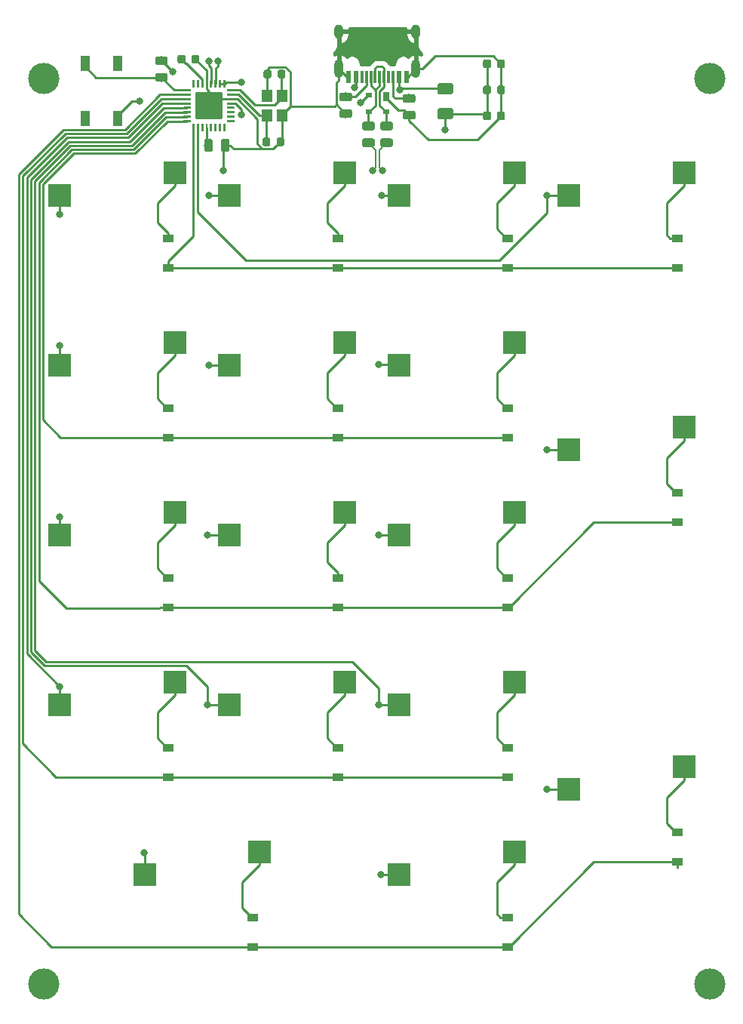
<source format=gbr>
G04 #@! TF.GenerationSoftware,KiCad,Pcbnew,(5.1.4)-1*
G04 #@! TF.CreationDate,2022-02-13T22:58:11-05:00*
G04 #@! TF.ProjectId,INT-1,494e542d-312e-46b6-9963-61645f706362,rev?*
G04 #@! TF.SameCoordinates,Original*
G04 #@! TF.FileFunction,Copper,L2,Bot*
G04 #@! TF.FilePolarity,Positive*
%FSLAX46Y46*%
G04 Gerber Fmt 4.6, Leading zero omitted, Abs format (unit mm)*
G04 Created by KiCad (PCBNEW (5.1.4)-1) date 2022-02-13 22:58:11*
%MOMM*%
%LPD*%
G04 APERTURE LIST*
%ADD10C,3.500000*%
%ADD11R,2.550000X2.500000*%
%ADD12R,1.200000X1.400000*%
%ADD13R,0.600000X1.450000*%
%ADD14R,0.300000X1.450000*%
%ADD15O,1.000000X2.100000*%
%ADD16O,1.000000X1.600000*%
%ADD17R,0.700000X1.000000*%
%ADD18R,0.700000X0.600000*%
%ADD19C,0.100000*%
%ADD20C,0.250000*%
%ADD21C,3.100000*%
%ADD22R,1.100000X1.800000*%
%ADD23C,0.975000*%
%ADD24C,1.250000*%
%ADD25R,1.200000X0.900000*%
%ADD26C,0.875000*%
%ADD27C,0.800000*%
%ADD28C,0.381000*%
%ADD29C,0.250000*%
%ADD30C,0.200000*%
%ADD31C,0.254000*%
G04 APERTURE END LIST*
D10*
X114681000Y-142875000D03*
X189484000Y-142875000D03*
X189484000Y-41275000D03*
X114681000Y-41275000D03*
D11*
X129413000Y-51816000D03*
X116486000Y-54356000D03*
X148463000Y-51816000D03*
X135536000Y-54356000D03*
X186563000Y-51816000D03*
X173636000Y-54356000D03*
D12*
X139739000Y-43223000D03*
X139739000Y-45423000D03*
X141439000Y-45423000D03*
X141439000Y-43223000D03*
D13*
X155371000Y-41096000D03*
X148921000Y-41096000D03*
X154596000Y-41096000D03*
X149696000Y-41096000D03*
D14*
X150396000Y-41096000D03*
X153896000Y-41096000D03*
X150896000Y-41096000D03*
X153396000Y-41096000D03*
X151396000Y-41096000D03*
X152896000Y-41096000D03*
X152396000Y-41096000D03*
X151896000Y-41096000D03*
D15*
X147826000Y-40181000D03*
X156466000Y-40181000D03*
D16*
X147826000Y-36001000D03*
X156466000Y-36001000D03*
D17*
X153146000Y-43319000D03*
D18*
X151146000Y-43119000D03*
X153146000Y-45019000D03*
X151146000Y-45019000D03*
D19*
G36*
X135041626Y-41448301D02*
G01*
X135047693Y-41449201D01*
X135053643Y-41450691D01*
X135059418Y-41452758D01*
X135064962Y-41455380D01*
X135070223Y-41458533D01*
X135075150Y-41462187D01*
X135079694Y-41466306D01*
X135083813Y-41470850D01*
X135087467Y-41475777D01*
X135090620Y-41481038D01*
X135093242Y-41486582D01*
X135095309Y-41492357D01*
X135096799Y-41498307D01*
X135097699Y-41504374D01*
X135098000Y-41510500D01*
X135098000Y-42260500D01*
X135097699Y-42266626D01*
X135096799Y-42272693D01*
X135095309Y-42278643D01*
X135093242Y-42284418D01*
X135090620Y-42289962D01*
X135087467Y-42295223D01*
X135083813Y-42300150D01*
X135079694Y-42304694D01*
X135075150Y-42308813D01*
X135070223Y-42312467D01*
X135064962Y-42315620D01*
X135059418Y-42318242D01*
X135053643Y-42320309D01*
X135047693Y-42321799D01*
X135041626Y-42322699D01*
X135035500Y-42323000D01*
X134910500Y-42323000D01*
X134904374Y-42322699D01*
X134898307Y-42321799D01*
X134892357Y-42320309D01*
X134886582Y-42318242D01*
X134881038Y-42315620D01*
X134875777Y-42312467D01*
X134870850Y-42308813D01*
X134866306Y-42304694D01*
X134862187Y-42300150D01*
X134858533Y-42295223D01*
X134855380Y-42289962D01*
X134852758Y-42284418D01*
X134850691Y-42278643D01*
X134849201Y-42272693D01*
X134848301Y-42266626D01*
X134848000Y-42260500D01*
X134848000Y-41510500D01*
X134848301Y-41504374D01*
X134849201Y-41498307D01*
X134850691Y-41492357D01*
X134852758Y-41486582D01*
X134855380Y-41481038D01*
X134858533Y-41475777D01*
X134862187Y-41470850D01*
X134866306Y-41466306D01*
X134870850Y-41462187D01*
X134875777Y-41458533D01*
X134881038Y-41455380D01*
X134886582Y-41452758D01*
X134892357Y-41450691D01*
X134898307Y-41449201D01*
X134904374Y-41448301D01*
X134910500Y-41448000D01*
X135035500Y-41448000D01*
X135041626Y-41448301D01*
X135041626Y-41448301D01*
G37*
D20*
X134973000Y-41885500D03*
D19*
G36*
X134541626Y-41448301D02*
G01*
X134547693Y-41449201D01*
X134553643Y-41450691D01*
X134559418Y-41452758D01*
X134564962Y-41455380D01*
X134570223Y-41458533D01*
X134575150Y-41462187D01*
X134579694Y-41466306D01*
X134583813Y-41470850D01*
X134587467Y-41475777D01*
X134590620Y-41481038D01*
X134593242Y-41486582D01*
X134595309Y-41492357D01*
X134596799Y-41498307D01*
X134597699Y-41504374D01*
X134598000Y-41510500D01*
X134598000Y-42260500D01*
X134597699Y-42266626D01*
X134596799Y-42272693D01*
X134595309Y-42278643D01*
X134593242Y-42284418D01*
X134590620Y-42289962D01*
X134587467Y-42295223D01*
X134583813Y-42300150D01*
X134579694Y-42304694D01*
X134575150Y-42308813D01*
X134570223Y-42312467D01*
X134564962Y-42315620D01*
X134559418Y-42318242D01*
X134553643Y-42320309D01*
X134547693Y-42321799D01*
X134541626Y-42322699D01*
X134535500Y-42323000D01*
X134410500Y-42323000D01*
X134404374Y-42322699D01*
X134398307Y-42321799D01*
X134392357Y-42320309D01*
X134386582Y-42318242D01*
X134381038Y-42315620D01*
X134375777Y-42312467D01*
X134370850Y-42308813D01*
X134366306Y-42304694D01*
X134362187Y-42300150D01*
X134358533Y-42295223D01*
X134355380Y-42289962D01*
X134352758Y-42284418D01*
X134350691Y-42278643D01*
X134349201Y-42272693D01*
X134348301Y-42266626D01*
X134348000Y-42260500D01*
X134348000Y-41510500D01*
X134348301Y-41504374D01*
X134349201Y-41498307D01*
X134350691Y-41492357D01*
X134352758Y-41486582D01*
X134355380Y-41481038D01*
X134358533Y-41475777D01*
X134362187Y-41470850D01*
X134366306Y-41466306D01*
X134370850Y-41462187D01*
X134375777Y-41458533D01*
X134381038Y-41455380D01*
X134386582Y-41452758D01*
X134392357Y-41450691D01*
X134398307Y-41449201D01*
X134404374Y-41448301D01*
X134410500Y-41448000D01*
X134535500Y-41448000D01*
X134541626Y-41448301D01*
X134541626Y-41448301D01*
G37*
D20*
X134473000Y-41885500D03*
D19*
G36*
X134041626Y-41448301D02*
G01*
X134047693Y-41449201D01*
X134053643Y-41450691D01*
X134059418Y-41452758D01*
X134064962Y-41455380D01*
X134070223Y-41458533D01*
X134075150Y-41462187D01*
X134079694Y-41466306D01*
X134083813Y-41470850D01*
X134087467Y-41475777D01*
X134090620Y-41481038D01*
X134093242Y-41486582D01*
X134095309Y-41492357D01*
X134096799Y-41498307D01*
X134097699Y-41504374D01*
X134098000Y-41510500D01*
X134098000Y-42260500D01*
X134097699Y-42266626D01*
X134096799Y-42272693D01*
X134095309Y-42278643D01*
X134093242Y-42284418D01*
X134090620Y-42289962D01*
X134087467Y-42295223D01*
X134083813Y-42300150D01*
X134079694Y-42304694D01*
X134075150Y-42308813D01*
X134070223Y-42312467D01*
X134064962Y-42315620D01*
X134059418Y-42318242D01*
X134053643Y-42320309D01*
X134047693Y-42321799D01*
X134041626Y-42322699D01*
X134035500Y-42323000D01*
X133910500Y-42323000D01*
X133904374Y-42322699D01*
X133898307Y-42321799D01*
X133892357Y-42320309D01*
X133886582Y-42318242D01*
X133881038Y-42315620D01*
X133875777Y-42312467D01*
X133870850Y-42308813D01*
X133866306Y-42304694D01*
X133862187Y-42300150D01*
X133858533Y-42295223D01*
X133855380Y-42289962D01*
X133852758Y-42284418D01*
X133850691Y-42278643D01*
X133849201Y-42272693D01*
X133848301Y-42266626D01*
X133848000Y-42260500D01*
X133848000Y-41510500D01*
X133848301Y-41504374D01*
X133849201Y-41498307D01*
X133850691Y-41492357D01*
X133852758Y-41486582D01*
X133855380Y-41481038D01*
X133858533Y-41475777D01*
X133862187Y-41470850D01*
X133866306Y-41466306D01*
X133870850Y-41462187D01*
X133875777Y-41458533D01*
X133881038Y-41455380D01*
X133886582Y-41452758D01*
X133892357Y-41450691D01*
X133898307Y-41449201D01*
X133904374Y-41448301D01*
X133910500Y-41448000D01*
X134035500Y-41448000D01*
X134041626Y-41448301D01*
X134041626Y-41448301D01*
G37*
D20*
X133973000Y-41885500D03*
D19*
G36*
X133541626Y-41448301D02*
G01*
X133547693Y-41449201D01*
X133553643Y-41450691D01*
X133559418Y-41452758D01*
X133564962Y-41455380D01*
X133570223Y-41458533D01*
X133575150Y-41462187D01*
X133579694Y-41466306D01*
X133583813Y-41470850D01*
X133587467Y-41475777D01*
X133590620Y-41481038D01*
X133593242Y-41486582D01*
X133595309Y-41492357D01*
X133596799Y-41498307D01*
X133597699Y-41504374D01*
X133598000Y-41510500D01*
X133598000Y-42260500D01*
X133597699Y-42266626D01*
X133596799Y-42272693D01*
X133595309Y-42278643D01*
X133593242Y-42284418D01*
X133590620Y-42289962D01*
X133587467Y-42295223D01*
X133583813Y-42300150D01*
X133579694Y-42304694D01*
X133575150Y-42308813D01*
X133570223Y-42312467D01*
X133564962Y-42315620D01*
X133559418Y-42318242D01*
X133553643Y-42320309D01*
X133547693Y-42321799D01*
X133541626Y-42322699D01*
X133535500Y-42323000D01*
X133410500Y-42323000D01*
X133404374Y-42322699D01*
X133398307Y-42321799D01*
X133392357Y-42320309D01*
X133386582Y-42318242D01*
X133381038Y-42315620D01*
X133375777Y-42312467D01*
X133370850Y-42308813D01*
X133366306Y-42304694D01*
X133362187Y-42300150D01*
X133358533Y-42295223D01*
X133355380Y-42289962D01*
X133352758Y-42284418D01*
X133350691Y-42278643D01*
X133349201Y-42272693D01*
X133348301Y-42266626D01*
X133348000Y-42260500D01*
X133348000Y-41510500D01*
X133348301Y-41504374D01*
X133349201Y-41498307D01*
X133350691Y-41492357D01*
X133352758Y-41486582D01*
X133355380Y-41481038D01*
X133358533Y-41475777D01*
X133362187Y-41470850D01*
X133366306Y-41466306D01*
X133370850Y-41462187D01*
X133375777Y-41458533D01*
X133381038Y-41455380D01*
X133386582Y-41452758D01*
X133392357Y-41450691D01*
X133398307Y-41449201D01*
X133404374Y-41448301D01*
X133410500Y-41448000D01*
X133535500Y-41448000D01*
X133541626Y-41448301D01*
X133541626Y-41448301D01*
G37*
D20*
X133473000Y-41885500D03*
D19*
G36*
X133041626Y-41448301D02*
G01*
X133047693Y-41449201D01*
X133053643Y-41450691D01*
X133059418Y-41452758D01*
X133064962Y-41455380D01*
X133070223Y-41458533D01*
X133075150Y-41462187D01*
X133079694Y-41466306D01*
X133083813Y-41470850D01*
X133087467Y-41475777D01*
X133090620Y-41481038D01*
X133093242Y-41486582D01*
X133095309Y-41492357D01*
X133096799Y-41498307D01*
X133097699Y-41504374D01*
X133098000Y-41510500D01*
X133098000Y-42260500D01*
X133097699Y-42266626D01*
X133096799Y-42272693D01*
X133095309Y-42278643D01*
X133093242Y-42284418D01*
X133090620Y-42289962D01*
X133087467Y-42295223D01*
X133083813Y-42300150D01*
X133079694Y-42304694D01*
X133075150Y-42308813D01*
X133070223Y-42312467D01*
X133064962Y-42315620D01*
X133059418Y-42318242D01*
X133053643Y-42320309D01*
X133047693Y-42321799D01*
X133041626Y-42322699D01*
X133035500Y-42323000D01*
X132910500Y-42323000D01*
X132904374Y-42322699D01*
X132898307Y-42321799D01*
X132892357Y-42320309D01*
X132886582Y-42318242D01*
X132881038Y-42315620D01*
X132875777Y-42312467D01*
X132870850Y-42308813D01*
X132866306Y-42304694D01*
X132862187Y-42300150D01*
X132858533Y-42295223D01*
X132855380Y-42289962D01*
X132852758Y-42284418D01*
X132850691Y-42278643D01*
X132849201Y-42272693D01*
X132848301Y-42266626D01*
X132848000Y-42260500D01*
X132848000Y-41510500D01*
X132848301Y-41504374D01*
X132849201Y-41498307D01*
X132850691Y-41492357D01*
X132852758Y-41486582D01*
X132855380Y-41481038D01*
X132858533Y-41475777D01*
X132862187Y-41470850D01*
X132866306Y-41466306D01*
X132870850Y-41462187D01*
X132875777Y-41458533D01*
X132881038Y-41455380D01*
X132886582Y-41452758D01*
X132892357Y-41450691D01*
X132898307Y-41449201D01*
X132904374Y-41448301D01*
X132910500Y-41448000D01*
X133035500Y-41448000D01*
X133041626Y-41448301D01*
X133041626Y-41448301D01*
G37*
D20*
X132973000Y-41885500D03*
D19*
G36*
X132541626Y-41448301D02*
G01*
X132547693Y-41449201D01*
X132553643Y-41450691D01*
X132559418Y-41452758D01*
X132564962Y-41455380D01*
X132570223Y-41458533D01*
X132575150Y-41462187D01*
X132579694Y-41466306D01*
X132583813Y-41470850D01*
X132587467Y-41475777D01*
X132590620Y-41481038D01*
X132593242Y-41486582D01*
X132595309Y-41492357D01*
X132596799Y-41498307D01*
X132597699Y-41504374D01*
X132598000Y-41510500D01*
X132598000Y-42260500D01*
X132597699Y-42266626D01*
X132596799Y-42272693D01*
X132595309Y-42278643D01*
X132593242Y-42284418D01*
X132590620Y-42289962D01*
X132587467Y-42295223D01*
X132583813Y-42300150D01*
X132579694Y-42304694D01*
X132575150Y-42308813D01*
X132570223Y-42312467D01*
X132564962Y-42315620D01*
X132559418Y-42318242D01*
X132553643Y-42320309D01*
X132547693Y-42321799D01*
X132541626Y-42322699D01*
X132535500Y-42323000D01*
X132410500Y-42323000D01*
X132404374Y-42322699D01*
X132398307Y-42321799D01*
X132392357Y-42320309D01*
X132386582Y-42318242D01*
X132381038Y-42315620D01*
X132375777Y-42312467D01*
X132370850Y-42308813D01*
X132366306Y-42304694D01*
X132362187Y-42300150D01*
X132358533Y-42295223D01*
X132355380Y-42289962D01*
X132352758Y-42284418D01*
X132350691Y-42278643D01*
X132349201Y-42272693D01*
X132348301Y-42266626D01*
X132348000Y-42260500D01*
X132348000Y-41510500D01*
X132348301Y-41504374D01*
X132349201Y-41498307D01*
X132350691Y-41492357D01*
X132352758Y-41486582D01*
X132355380Y-41481038D01*
X132358533Y-41475777D01*
X132362187Y-41470850D01*
X132366306Y-41466306D01*
X132370850Y-41462187D01*
X132375777Y-41458533D01*
X132381038Y-41455380D01*
X132386582Y-41452758D01*
X132392357Y-41450691D01*
X132398307Y-41449201D01*
X132404374Y-41448301D01*
X132410500Y-41448000D01*
X132535500Y-41448000D01*
X132541626Y-41448301D01*
X132541626Y-41448301D01*
G37*
D20*
X132473000Y-41885500D03*
D19*
G36*
X132041626Y-41448301D02*
G01*
X132047693Y-41449201D01*
X132053643Y-41450691D01*
X132059418Y-41452758D01*
X132064962Y-41455380D01*
X132070223Y-41458533D01*
X132075150Y-41462187D01*
X132079694Y-41466306D01*
X132083813Y-41470850D01*
X132087467Y-41475777D01*
X132090620Y-41481038D01*
X132093242Y-41486582D01*
X132095309Y-41492357D01*
X132096799Y-41498307D01*
X132097699Y-41504374D01*
X132098000Y-41510500D01*
X132098000Y-42260500D01*
X132097699Y-42266626D01*
X132096799Y-42272693D01*
X132095309Y-42278643D01*
X132093242Y-42284418D01*
X132090620Y-42289962D01*
X132087467Y-42295223D01*
X132083813Y-42300150D01*
X132079694Y-42304694D01*
X132075150Y-42308813D01*
X132070223Y-42312467D01*
X132064962Y-42315620D01*
X132059418Y-42318242D01*
X132053643Y-42320309D01*
X132047693Y-42321799D01*
X132041626Y-42322699D01*
X132035500Y-42323000D01*
X131910500Y-42323000D01*
X131904374Y-42322699D01*
X131898307Y-42321799D01*
X131892357Y-42320309D01*
X131886582Y-42318242D01*
X131881038Y-42315620D01*
X131875777Y-42312467D01*
X131870850Y-42308813D01*
X131866306Y-42304694D01*
X131862187Y-42300150D01*
X131858533Y-42295223D01*
X131855380Y-42289962D01*
X131852758Y-42284418D01*
X131850691Y-42278643D01*
X131849201Y-42272693D01*
X131848301Y-42266626D01*
X131848000Y-42260500D01*
X131848000Y-41510500D01*
X131848301Y-41504374D01*
X131849201Y-41498307D01*
X131850691Y-41492357D01*
X131852758Y-41486582D01*
X131855380Y-41481038D01*
X131858533Y-41475777D01*
X131862187Y-41470850D01*
X131866306Y-41466306D01*
X131870850Y-41462187D01*
X131875777Y-41458533D01*
X131881038Y-41455380D01*
X131886582Y-41452758D01*
X131892357Y-41450691D01*
X131898307Y-41449201D01*
X131904374Y-41448301D01*
X131910500Y-41448000D01*
X132035500Y-41448000D01*
X132041626Y-41448301D01*
X132041626Y-41448301D01*
G37*
D20*
X131973000Y-41885500D03*
D19*
G36*
X131541626Y-41448301D02*
G01*
X131547693Y-41449201D01*
X131553643Y-41450691D01*
X131559418Y-41452758D01*
X131564962Y-41455380D01*
X131570223Y-41458533D01*
X131575150Y-41462187D01*
X131579694Y-41466306D01*
X131583813Y-41470850D01*
X131587467Y-41475777D01*
X131590620Y-41481038D01*
X131593242Y-41486582D01*
X131595309Y-41492357D01*
X131596799Y-41498307D01*
X131597699Y-41504374D01*
X131598000Y-41510500D01*
X131598000Y-42260500D01*
X131597699Y-42266626D01*
X131596799Y-42272693D01*
X131595309Y-42278643D01*
X131593242Y-42284418D01*
X131590620Y-42289962D01*
X131587467Y-42295223D01*
X131583813Y-42300150D01*
X131579694Y-42304694D01*
X131575150Y-42308813D01*
X131570223Y-42312467D01*
X131564962Y-42315620D01*
X131559418Y-42318242D01*
X131553643Y-42320309D01*
X131547693Y-42321799D01*
X131541626Y-42322699D01*
X131535500Y-42323000D01*
X131410500Y-42323000D01*
X131404374Y-42322699D01*
X131398307Y-42321799D01*
X131392357Y-42320309D01*
X131386582Y-42318242D01*
X131381038Y-42315620D01*
X131375777Y-42312467D01*
X131370850Y-42308813D01*
X131366306Y-42304694D01*
X131362187Y-42300150D01*
X131358533Y-42295223D01*
X131355380Y-42289962D01*
X131352758Y-42284418D01*
X131350691Y-42278643D01*
X131349201Y-42272693D01*
X131348301Y-42266626D01*
X131348000Y-42260500D01*
X131348000Y-41510500D01*
X131348301Y-41504374D01*
X131349201Y-41498307D01*
X131350691Y-41492357D01*
X131352758Y-41486582D01*
X131355380Y-41481038D01*
X131358533Y-41475777D01*
X131362187Y-41470850D01*
X131366306Y-41466306D01*
X131370850Y-41462187D01*
X131375777Y-41458533D01*
X131381038Y-41455380D01*
X131386582Y-41452758D01*
X131392357Y-41450691D01*
X131398307Y-41449201D01*
X131404374Y-41448301D01*
X131410500Y-41448000D01*
X131535500Y-41448000D01*
X131541626Y-41448301D01*
X131541626Y-41448301D01*
G37*
D20*
X131473000Y-41885500D03*
D19*
G36*
X131166626Y-42448301D02*
G01*
X131172693Y-42449201D01*
X131178643Y-42450691D01*
X131184418Y-42452758D01*
X131189962Y-42455380D01*
X131195223Y-42458533D01*
X131200150Y-42462187D01*
X131204694Y-42466306D01*
X131208813Y-42470850D01*
X131212467Y-42475777D01*
X131215620Y-42481038D01*
X131218242Y-42486582D01*
X131220309Y-42492357D01*
X131221799Y-42498307D01*
X131222699Y-42504374D01*
X131223000Y-42510500D01*
X131223000Y-42635500D01*
X131222699Y-42641626D01*
X131221799Y-42647693D01*
X131220309Y-42653643D01*
X131218242Y-42659418D01*
X131215620Y-42664962D01*
X131212467Y-42670223D01*
X131208813Y-42675150D01*
X131204694Y-42679694D01*
X131200150Y-42683813D01*
X131195223Y-42687467D01*
X131189962Y-42690620D01*
X131184418Y-42693242D01*
X131178643Y-42695309D01*
X131172693Y-42696799D01*
X131166626Y-42697699D01*
X131160500Y-42698000D01*
X130410500Y-42698000D01*
X130404374Y-42697699D01*
X130398307Y-42696799D01*
X130392357Y-42695309D01*
X130386582Y-42693242D01*
X130381038Y-42690620D01*
X130375777Y-42687467D01*
X130370850Y-42683813D01*
X130366306Y-42679694D01*
X130362187Y-42675150D01*
X130358533Y-42670223D01*
X130355380Y-42664962D01*
X130352758Y-42659418D01*
X130350691Y-42653643D01*
X130349201Y-42647693D01*
X130348301Y-42641626D01*
X130348000Y-42635500D01*
X130348000Y-42510500D01*
X130348301Y-42504374D01*
X130349201Y-42498307D01*
X130350691Y-42492357D01*
X130352758Y-42486582D01*
X130355380Y-42481038D01*
X130358533Y-42475777D01*
X130362187Y-42470850D01*
X130366306Y-42466306D01*
X130370850Y-42462187D01*
X130375777Y-42458533D01*
X130381038Y-42455380D01*
X130386582Y-42452758D01*
X130392357Y-42450691D01*
X130398307Y-42449201D01*
X130404374Y-42448301D01*
X130410500Y-42448000D01*
X131160500Y-42448000D01*
X131166626Y-42448301D01*
X131166626Y-42448301D01*
G37*
D20*
X130785500Y-42573000D03*
D19*
G36*
X131166626Y-42948301D02*
G01*
X131172693Y-42949201D01*
X131178643Y-42950691D01*
X131184418Y-42952758D01*
X131189962Y-42955380D01*
X131195223Y-42958533D01*
X131200150Y-42962187D01*
X131204694Y-42966306D01*
X131208813Y-42970850D01*
X131212467Y-42975777D01*
X131215620Y-42981038D01*
X131218242Y-42986582D01*
X131220309Y-42992357D01*
X131221799Y-42998307D01*
X131222699Y-43004374D01*
X131223000Y-43010500D01*
X131223000Y-43135500D01*
X131222699Y-43141626D01*
X131221799Y-43147693D01*
X131220309Y-43153643D01*
X131218242Y-43159418D01*
X131215620Y-43164962D01*
X131212467Y-43170223D01*
X131208813Y-43175150D01*
X131204694Y-43179694D01*
X131200150Y-43183813D01*
X131195223Y-43187467D01*
X131189962Y-43190620D01*
X131184418Y-43193242D01*
X131178643Y-43195309D01*
X131172693Y-43196799D01*
X131166626Y-43197699D01*
X131160500Y-43198000D01*
X130410500Y-43198000D01*
X130404374Y-43197699D01*
X130398307Y-43196799D01*
X130392357Y-43195309D01*
X130386582Y-43193242D01*
X130381038Y-43190620D01*
X130375777Y-43187467D01*
X130370850Y-43183813D01*
X130366306Y-43179694D01*
X130362187Y-43175150D01*
X130358533Y-43170223D01*
X130355380Y-43164962D01*
X130352758Y-43159418D01*
X130350691Y-43153643D01*
X130349201Y-43147693D01*
X130348301Y-43141626D01*
X130348000Y-43135500D01*
X130348000Y-43010500D01*
X130348301Y-43004374D01*
X130349201Y-42998307D01*
X130350691Y-42992357D01*
X130352758Y-42986582D01*
X130355380Y-42981038D01*
X130358533Y-42975777D01*
X130362187Y-42970850D01*
X130366306Y-42966306D01*
X130370850Y-42962187D01*
X130375777Y-42958533D01*
X130381038Y-42955380D01*
X130386582Y-42952758D01*
X130392357Y-42950691D01*
X130398307Y-42949201D01*
X130404374Y-42948301D01*
X130410500Y-42948000D01*
X131160500Y-42948000D01*
X131166626Y-42948301D01*
X131166626Y-42948301D01*
G37*
D20*
X130785500Y-43073000D03*
D19*
G36*
X131166626Y-43448301D02*
G01*
X131172693Y-43449201D01*
X131178643Y-43450691D01*
X131184418Y-43452758D01*
X131189962Y-43455380D01*
X131195223Y-43458533D01*
X131200150Y-43462187D01*
X131204694Y-43466306D01*
X131208813Y-43470850D01*
X131212467Y-43475777D01*
X131215620Y-43481038D01*
X131218242Y-43486582D01*
X131220309Y-43492357D01*
X131221799Y-43498307D01*
X131222699Y-43504374D01*
X131223000Y-43510500D01*
X131223000Y-43635500D01*
X131222699Y-43641626D01*
X131221799Y-43647693D01*
X131220309Y-43653643D01*
X131218242Y-43659418D01*
X131215620Y-43664962D01*
X131212467Y-43670223D01*
X131208813Y-43675150D01*
X131204694Y-43679694D01*
X131200150Y-43683813D01*
X131195223Y-43687467D01*
X131189962Y-43690620D01*
X131184418Y-43693242D01*
X131178643Y-43695309D01*
X131172693Y-43696799D01*
X131166626Y-43697699D01*
X131160500Y-43698000D01*
X130410500Y-43698000D01*
X130404374Y-43697699D01*
X130398307Y-43696799D01*
X130392357Y-43695309D01*
X130386582Y-43693242D01*
X130381038Y-43690620D01*
X130375777Y-43687467D01*
X130370850Y-43683813D01*
X130366306Y-43679694D01*
X130362187Y-43675150D01*
X130358533Y-43670223D01*
X130355380Y-43664962D01*
X130352758Y-43659418D01*
X130350691Y-43653643D01*
X130349201Y-43647693D01*
X130348301Y-43641626D01*
X130348000Y-43635500D01*
X130348000Y-43510500D01*
X130348301Y-43504374D01*
X130349201Y-43498307D01*
X130350691Y-43492357D01*
X130352758Y-43486582D01*
X130355380Y-43481038D01*
X130358533Y-43475777D01*
X130362187Y-43470850D01*
X130366306Y-43466306D01*
X130370850Y-43462187D01*
X130375777Y-43458533D01*
X130381038Y-43455380D01*
X130386582Y-43452758D01*
X130392357Y-43450691D01*
X130398307Y-43449201D01*
X130404374Y-43448301D01*
X130410500Y-43448000D01*
X131160500Y-43448000D01*
X131166626Y-43448301D01*
X131166626Y-43448301D01*
G37*
D20*
X130785500Y-43573000D03*
D19*
G36*
X131166626Y-43948301D02*
G01*
X131172693Y-43949201D01*
X131178643Y-43950691D01*
X131184418Y-43952758D01*
X131189962Y-43955380D01*
X131195223Y-43958533D01*
X131200150Y-43962187D01*
X131204694Y-43966306D01*
X131208813Y-43970850D01*
X131212467Y-43975777D01*
X131215620Y-43981038D01*
X131218242Y-43986582D01*
X131220309Y-43992357D01*
X131221799Y-43998307D01*
X131222699Y-44004374D01*
X131223000Y-44010500D01*
X131223000Y-44135500D01*
X131222699Y-44141626D01*
X131221799Y-44147693D01*
X131220309Y-44153643D01*
X131218242Y-44159418D01*
X131215620Y-44164962D01*
X131212467Y-44170223D01*
X131208813Y-44175150D01*
X131204694Y-44179694D01*
X131200150Y-44183813D01*
X131195223Y-44187467D01*
X131189962Y-44190620D01*
X131184418Y-44193242D01*
X131178643Y-44195309D01*
X131172693Y-44196799D01*
X131166626Y-44197699D01*
X131160500Y-44198000D01*
X130410500Y-44198000D01*
X130404374Y-44197699D01*
X130398307Y-44196799D01*
X130392357Y-44195309D01*
X130386582Y-44193242D01*
X130381038Y-44190620D01*
X130375777Y-44187467D01*
X130370850Y-44183813D01*
X130366306Y-44179694D01*
X130362187Y-44175150D01*
X130358533Y-44170223D01*
X130355380Y-44164962D01*
X130352758Y-44159418D01*
X130350691Y-44153643D01*
X130349201Y-44147693D01*
X130348301Y-44141626D01*
X130348000Y-44135500D01*
X130348000Y-44010500D01*
X130348301Y-44004374D01*
X130349201Y-43998307D01*
X130350691Y-43992357D01*
X130352758Y-43986582D01*
X130355380Y-43981038D01*
X130358533Y-43975777D01*
X130362187Y-43970850D01*
X130366306Y-43966306D01*
X130370850Y-43962187D01*
X130375777Y-43958533D01*
X130381038Y-43955380D01*
X130386582Y-43952758D01*
X130392357Y-43950691D01*
X130398307Y-43949201D01*
X130404374Y-43948301D01*
X130410500Y-43948000D01*
X131160500Y-43948000D01*
X131166626Y-43948301D01*
X131166626Y-43948301D01*
G37*
D20*
X130785500Y-44073000D03*
D19*
G36*
X131166626Y-44448301D02*
G01*
X131172693Y-44449201D01*
X131178643Y-44450691D01*
X131184418Y-44452758D01*
X131189962Y-44455380D01*
X131195223Y-44458533D01*
X131200150Y-44462187D01*
X131204694Y-44466306D01*
X131208813Y-44470850D01*
X131212467Y-44475777D01*
X131215620Y-44481038D01*
X131218242Y-44486582D01*
X131220309Y-44492357D01*
X131221799Y-44498307D01*
X131222699Y-44504374D01*
X131223000Y-44510500D01*
X131223000Y-44635500D01*
X131222699Y-44641626D01*
X131221799Y-44647693D01*
X131220309Y-44653643D01*
X131218242Y-44659418D01*
X131215620Y-44664962D01*
X131212467Y-44670223D01*
X131208813Y-44675150D01*
X131204694Y-44679694D01*
X131200150Y-44683813D01*
X131195223Y-44687467D01*
X131189962Y-44690620D01*
X131184418Y-44693242D01*
X131178643Y-44695309D01*
X131172693Y-44696799D01*
X131166626Y-44697699D01*
X131160500Y-44698000D01*
X130410500Y-44698000D01*
X130404374Y-44697699D01*
X130398307Y-44696799D01*
X130392357Y-44695309D01*
X130386582Y-44693242D01*
X130381038Y-44690620D01*
X130375777Y-44687467D01*
X130370850Y-44683813D01*
X130366306Y-44679694D01*
X130362187Y-44675150D01*
X130358533Y-44670223D01*
X130355380Y-44664962D01*
X130352758Y-44659418D01*
X130350691Y-44653643D01*
X130349201Y-44647693D01*
X130348301Y-44641626D01*
X130348000Y-44635500D01*
X130348000Y-44510500D01*
X130348301Y-44504374D01*
X130349201Y-44498307D01*
X130350691Y-44492357D01*
X130352758Y-44486582D01*
X130355380Y-44481038D01*
X130358533Y-44475777D01*
X130362187Y-44470850D01*
X130366306Y-44466306D01*
X130370850Y-44462187D01*
X130375777Y-44458533D01*
X130381038Y-44455380D01*
X130386582Y-44452758D01*
X130392357Y-44450691D01*
X130398307Y-44449201D01*
X130404374Y-44448301D01*
X130410500Y-44448000D01*
X131160500Y-44448000D01*
X131166626Y-44448301D01*
X131166626Y-44448301D01*
G37*
D20*
X130785500Y-44573000D03*
D19*
G36*
X131166626Y-44948301D02*
G01*
X131172693Y-44949201D01*
X131178643Y-44950691D01*
X131184418Y-44952758D01*
X131189962Y-44955380D01*
X131195223Y-44958533D01*
X131200150Y-44962187D01*
X131204694Y-44966306D01*
X131208813Y-44970850D01*
X131212467Y-44975777D01*
X131215620Y-44981038D01*
X131218242Y-44986582D01*
X131220309Y-44992357D01*
X131221799Y-44998307D01*
X131222699Y-45004374D01*
X131223000Y-45010500D01*
X131223000Y-45135500D01*
X131222699Y-45141626D01*
X131221799Y-45147693D01*
X131220309Y-45153643D01*
X131218242Y-45159418D01*
X131215620Y-45164962D01*
X131212467Y-45170223D01*
X131208813Y-45175150D01*
X131204694Y-45179694D01*
X131200150Y-45183813D01*
X131195223Y-45187467D01*
X131189962Y-45190620D01*
X131184418Y-45193242D01*
X131178643Y-45195309D01*
X131172693Y-45196799D01*
X131166626Y-45197699D01*
X131160500Y-45198000D01*
X130410500Y-45198000D01*
X130404374Y-45197699D01*
X130398307Y-45196799D01*
X130392357Y-45195309D01*
X130386582Y-45193242D01*
X130381038Y-45190620D01*
X130375777Y-45187467D01*
X130370850Y-45183813D01*
X130366306Y-45179694D01*
X130362187Y-45175150D01*
X130358533Y-45170223D01*
X130355380Y-45164962D01*
X130352758Y-45159418D01*
X130350691Y-45153643D01*
X130349201Y-45147693D01*
X130348301Y-45141626D01*
X130348000Y-45135500D01*
X130348000Y-45010500D01*
X130348301Y-45004374D01*
X130349201Y-44998307D01*
X130350691Y-44992357D01*
X130352758Y-44986582D01*
X130355380Y-44981038D01*
X130358533Y-44975777D01*
X130362187Y-44970850D01*
X130366306Y-44966306D01*
X130370850Y-44962187D01*
X130375777Y-44958533D01*
X130381038Y-44955380D01*
X130386582Y-44952758D01*
X130392357Y-44950691D01*
X130398307Y-44949201D01*
X130404374Y-44948301D01*
X130410500Y-44948000D01*
X131160500Y-44948000D01*
X131166626Y-44948301D01*
X131166626Y-44948301D01*
G37*
D20*
X130785500Y-45073000D03*
D19*
G36*
X131166626Y-45448301D02*
G01*
X131172693Y-45449201D01*
X131178643Y-45450691D01*
X131184418Y-45452758D01*
X131189962Y-45455380D01*
X131195223Y-45458533D01*
X131200150Y-45462187D01*
X131204694Y-45466306D01*
X131208813Y-45470850D01*
X131212467Y-45475777D01*
X131215620Y-45481038D01*
X131218242Y-45486582D01*
X131220309Y-45492357D01*
X131221799Y-45498307D01*
X131222699Y-45504374D01*
X131223000Y-45510500D01*
X131223000Y-45635500D01*
X131222699Y-45641626D01*
X131221799Y-45647693D01*
X131220309Y-45653643D01*
X131218242Y-45659418D01*
X131215620Y-45664962D01*
X131212467Y-45670223D01*
X131208813Y-45675150D01*
X131204694Y-45679694D01*
X131200150Y-45683813D01*
X131195223Y-45687467D01*
X131189962Y-45690620D01*
X131184418Y-45693242D01*
X131178643Y-45695309D01*
X131172693Y-45696799D01*
X131166626Y-45697699D01*
X131160500Y-45698000D01*
X130410500Y-45698000D01*
X130404374Y-45697699D01*
X130398307Y-45696799D01*
X130392357Y-45695309D01*
X130386582Y-45693242D01*
X130381038Y-45690620D01*
X130375777Y-45687467D01*
X130370850Y-45683813D01*
X130366306Y-45679694D01*
X130362187Y-45675150D01*
X130358533Y-45670223D01*
X130355380Y-45664962D01*
X130352758Y-45659418D01*
X130350691Y-45653643D01*
X130349201Y-45647693D01*
X130348301Y-45641626D01*
X130348000Y-45635500D01*
X130348000Y-45510500D01*
X130348301Y-45504374D01*
X130349201Y-45498307D01*
X130350691Y-45492357D01*
X130352758Y-45486582D01*
X130355380Y-45481038D01*
X130358533Y-45475777D01*
X130362187Y-45470850D01*
X130366306Y-45466306D01*
X130370850Y-45462187D01*
X130375777Y-45458533D01*
X130381038Y-45455380D01*
X130386582Y-45452758D01*
X130392357Y-45450691D01*
X130398307Y-45449201D01*
X130404374Y-45448301D01*
X130410500Y-45448000D01*
X131160500Y-45448000D01*
X131166626Y-45448301D01*
X131166626Y-45448301D01*
G37*
D20*
X130785500Y-45573000D03*
D19*
G36*
X131166626Y-45948301D02*
G01*
X131172693Y-45949201D01*
X131178643Y-45950691D01*
X131184418Y-45952758D01*
X131189962Y-45955380D01*
X131195223Y-45958533D01*
X131200150Y-45962187D01*
X131204694Y-45966306D01*
X131208813Y-45970850D01*
X131212467Y-45975777D01*
X131215620Y-45981038D01*
X131218242Y-45986582D01*
X131220309Y-45992357D01*
X131221799Y-45998307D01*
X131222699Y-46004374D01*
X131223000Y-46010500D01*
X131223000Y-46135500D01*
X131222699Y-46141626D01*
X131221799Y-46147693D01*
X131220309Y-46153643D01*
X131218242Y-46159418D01*
X131215620Y-46164962D01*
X131212467Y-46170223D01*
X131208813Y-46175150D01*
X131204694Y-46179694D01*
X131200150Y-46183813D01*
X131195223Y-46187467D01*
X131189962Y-46190620D01*
X131184418Y-46193242D01*
X131178643Y-46195309D01*
X131172693Y-46196799D01*
X131166626Y-46197699D01*
X131160500Y-46198000D01*
X130410500Y-46198000D01*
X130404374Y-46197699D01*
X130398307Y-46196799D01*
X130392357Y-46195309D01*
X130386582Y-46193242D01*
X130381038Y-46190620D01*
X130375777Y-46187467D01*
X130370850Y-46183813D01*
X130366306Y-46179694D01*
X130362187Y-46175150D01*
X130358533Y-46170223D01*
X130355380Y-46164962D01*
X130352758Y-46159418D01*
X130350691Y-46153643D01*
X130349201Y-46147693D01*
X130348301Y-46141626D01*
X130348000Y-46135500D01*
X130348000Y-46010500D01*
X130348301Y-46004374D01*
X130349201Y-45998307D01*
X130350691Y-45992357D01*
X130352758Y-45986582D01*
X130355380Y-45981038D01*
X130358533Y-45975777D01*
X130362187Y-45970850D01*
X130366306Y-45966306D01*
X130370850Y-45962187D01*
X130375777Y-45958533D01*
X130381038Y-45955380D01*
X130386582Y-45952758D01*
X130392357Y-45950691D01*
X130398307Y-45949201D01*
X130404374Y-45948301D01*
X130410500Y-45948000D01*
X131160500Y-45948000D01*
X131166626Y-45948301D01*
X131166626Y-45948301D01*
G37*
D20*
X130785500Y-46073000D03*
D19*
G36*
X131541626Y-46323301D02*
G01*
X131547693Y-46324201D01*
X131553643Y-46325691D01*
X131559418Y-46327758D01*
X131564962Y-46330380D01*
X131570223Y-46333533D01*
X131575150Y-46337187D01*
X131579694Y-46341306D01*
X131583813Y-46345850D01*
X131587467Y-46350777D01*
X131590620Y-46356038D01*
X131593242Y-46361582D01*
X131595309Y-46367357D01*
X131596799Y-46373307D01*
X131597699Y-46379374D01*
X131598000Y-46385500D01*
X131598000Y-47135500D01*
X131597699Y-47141626D01*
X131596799Y-47147693D01*
X131595309Y-47153643D01*
X131593242Y-47159418D01*
X131590620Y-47164962D01*
X131587467Y-47170223D01*
X131583813Y-47175150D01*
X131579694Y-47179694D01*
X131575150Y-47183813D01*
X131570223Y-47187467D01*
X131564962Y-47190620D01*
X131559418Y-47193242D01*
X131553643Y-47195309D01*
X131547693Y-47196799D01*
X131541626Y-47197699D01*
X131535500Y-47198000D01*
X131410500Y-47198000D01*
X131404374Y-47197699D01*
X131398307Y-47196799D01*
X131392357Y-47195309D01*
X131386582Y-47193242D01*
X131381038Y-47190620D01*
X131375777Y-47187467D01*
X131370850Y-47183813D01*
X131366306Y-47179694D01*
X131362187Y-47175150D01*
X131358533Y-47170223D01*
X131355380Y-47164962D01*
X131352758Y-47159418D01*
X131350691Y-47153643D01*
X131349201Y-47147693D01*
X131348301Y-47141626D01*
X131348000Y-47135500D01*
X131348000Y-46385500D01*
X131348301Y-46379374D01*
X131349201Y-46373307D01*
X131350691Y-46367357D01*
X131352758Y-46361582D01*
X131355380Y-46356038D01*
X131358533Y-46350777D01*
X131362187Y-46345850D01*
X131366306Y-46341306D01*
X131370850Y-46337187D01*
X131375777Y-46333533D01*
X131381038Y-46330380D01*
X131386582Y-46327758D01*
X131392357Y-46325691D01*
X131398307Y-46324201D01*
X131404374Y-46323301D01*
X131410500Y-46323000D01*
X131535500Y-46323000D01*
X131541626Y-46323301D01*
X131541626Y-46323301D01*
G37*
D20*
X131473000Y-46760500D03*
D19*
G36*
X132041626Y-46323301D02*
G01*
X132047693Y-46324201D01*
X132053643Y-46325691D01*
X132059418Y-46327758D01*
X132064962Y-46330380D01*
X132070223Y-46333533D01*
X132075150Y-46337187D01*
X132079694Y-46341306D01*
X132083813Y-46345850D01*
X132087467Y-46350777D01*
X132090620Y-46356038D01*
X132093242Y-46361582D01*
X132095309Y-46367357D01*
X132096799Y-46373307D01*
X132097699Y-46379374D01*
X132098000Y-46385500D01*
X132098000Y-47135500D01*
X132097699Y-47141626D01*
X132096799Y-47147693D01*
X132095309Y-47153643D01*
X132093242Y-47159418D01*
X132090620Y-47164962D01*
X132087467Y-47170223D01*
X132083813Y-47175150D01*
X132079694Y-47179694D01*
X132075150Y-47183813D01*
X132070223Y-47187467D01*
X132064962Y-47190620D01*
X132059418Y-47193242D01*
X132053643Y-47195309D01*
X132047693Y-47196799D01*
X132041626Y-47197699D01*
X132035500Y-47198000D01*
X131910500Y-47198000D01*
X131904374Y-47197699D01*
X131898307Y-47196799D01*
X131892357Y-47195309D01*
X131886582Y-47193242D01*
X131881038Y-47190620D01*
X131875777Y-47187467D01*
X131870850Y-47183813D01*
X131866306Y-47179694D01*
X131862187Y-47175150D01*
X131858533Y-47170223D01*
X131855380Y-47164962D01*
X131852758Y-47159418D01*
X131850691Y-47153643D01*
X131849201Y-47147693D01*
X131848301Y-47141626D01*
X131848000Y-47135500D01*
X131848000Y-46385500D01*
X131848301Y-46379374D01*
X131849201Y-46373307D01*
X131850691Y-46367357D01*
X131852758Y-46361582D01*
X131855380Y-46356038D01*
X131858533Y-46350777D01*
X131862187Y-46345850D01*
X131866306Y-46341306D01*
X131870850Y-46337187D01*
X131875777Y-46333533D01*
X131881038Y-46330380D01*
X131886582Y-46327758D01*
X131892357Y-46325691D01*
X131898307Y-46324201D01*
X131904374Y-46323301D01*
X131910500Y-46323000D01*
X132035500Y-46323000D01*
X132041626Y-46323301D01*
X132041626Y-46323301D01*
G37*
D20*
X131973000Y-46760500D03*
D19*
G36*
X132541626Y-46323301D02*
G01*
X132547693Y-46324201D01*
X132553643Y-46325691D01*
X132559418Y-46327758D01*
X132564962Y-46330380D01*
X132570223Y-46333533D01*
X132575150Y-46337187D01*
X132579694Y-46341306D01*
X132583813Y-46345850D01*
X132587467Y-46350777D01*
X132590620Y-46356038D01*
X132593242Y-46361582D01*
X132595309Y-46367357D01*
X132596799Y-46373307D01*
X132597699Y-46379374D01*
X132598000Y-46385500D01*
X132598000Y-47135500D01*
X132597699Y-47141626D01*
X132596799Y-47147693D01*
X132595309Y-47153643D01*
X132593242Y-47159418D01*
X132590620Y-47164962D01*
X132587467Y-47170223D01*
X132583813Y-47175150D01*
X132579694Y-47179694D01*
X132575150Y-47183813D01*
X132570223Y-47187467D01*
X132564962Y-47190620D01*
X132559418Y-47193242D01*
X132553643Y-47195309D01*
X132547693Y-47196799D01*
X132541626Y-47197699D01*
X132535500Y-47198000D01*
X132410500Y-47198000D01*
X132404374Y-47197699D01*
X132398307Y-47196799D01*
X132392357Y-47195309D01*
X132386582Y-47193242D01*
X132381038Y-47190620D01*
X132375777Y-47187467D01*
X132370850Y-47183813D01*
X132366306Y-47179694D01*
X132362187Y-47175150D01*
X132358533Y-47170223D01*
X132355380Y-47164962D01*
X132352758Y-47159418D01*
X132350691Y-47153643D01*
X132349201Y-47147693D01*
X132348301Y-47141626D01*
X132348000Y-47135500D01*
X132348000Y-46385500D01*
X132348301Y-46379374D01*
X132349201Y-46373307D01*
X132350691Y-46367357D01*
X132352758Y-46361582D01*
X132355380Y-46356038D01*
X132358533Y-46350777D01*
X132362187Y-46345850D01*
X132366306Y-46341306D01*
X132370850Y-46337187D01*
X132375777Y-46333533D01*
X132381038Y-46330380D01*
X132386582Y-46327758D01*
X132392357Y-46325691D01*
X132398307Y-46324201D01*
X132404374Y-46323301D01*
X132410500Y-46323000D01*
X132535500Y-46323000D01*
X132541626Y-46323301D01*
X132541626Y-46323301D01*
G37*
D20*
X132473000Y-46760500D03*
D19*
G36*
X133041626Y-46323301D02*
G01*
X133047693Y-46324201D01*
X133053643Y-46325691D01*
X133059418Y-46327758D01*
X133064962Y-46330380D01*
X133070223Y-46333533D01*
X133075150Y-46337187D01*
X133079694Y-46341306D01*
X133083813Y-46345850D01*
X133087467Y-46350777D01*
X133090620Y-46356038D01*
X133093242Y-46361582D01*
X133095309Y-46367357D01*
X133096799Y-46373307D01*
X133097699Y-46379374D01*
X133098000Y-46385500D01*
X133098000Y-47135500D01*
X133097699Y-47141626D01*
X133096799Y-47147693D01*
X133095309Y-47153643D01*
X133093242Y-47159418D01*
X133090620Y-47164962D01*
X133087467Y-47170223D01*
X133083813Y-47175150D01*
X133079694Y-47179694D01*
X133075150Y-47183813D01*
X133070223Y-47187467D01*
X133064962Y-47190620D01*
X133059418Y-47193242D01*
X133053643Y-47195309D01*
X133047693Y-47196799D01*
X133041626Y-47197699D01*
X133035500Y-47198000D01*
X132910500Y-47198000D01*
X132904374Y-47197699D01*
X132898307Y-47196799D01*
X132892357Y-47195309D01*
X132886582Y-47193242D01*
X132881038Y-47190620D01*
X132875777Y-47187467D01*
X132870850Y-47183813D01*
X132866306Y-47179694D01*
X132862187Y-47175150D01*
X132858533Y-47170223D01*
X132855380Y-47164962D01*
X132852758Y-47159418D01*
X132850691Y-47153643D01*
X132849201Y-47147693D01*
X132848301Y-47141626D01*
X132848000Y-47135500D01*
X132848000Y-46385500D01*
X132848301Y-46379374D01*
X132849201Y-46373307D01*
X132850691Y-46367357D01*
X132852758Y-46361582D01*
X132855380Y-46356038D01*
X132858533Y-46350777D01*
X132862187Y-46345850D01*
X132866306Y-46341306D01*
X132870850Y-46337187D01*
X132875777Y-46333533D01*
X132881038Y-46330380D01*
X132886582Y-46327758D01*
X132892357Y-46325691D01*
X132898307Y-46324201D01*
X132904374Y-46323301D01*
X132910500Y-46323000D01*
X133035500Y-46323000D01*
X133041626Y-46323301D01*
X133041626Y-46323301D01*
G37*
D20*
X132973000Y-46760500D03*
D19*
G36*
X133541626Y-46323301D02*
G01*
X133547693Y-46324201D01*
X133553643Y-46325691D01*
X133559418Y-46327758D01*
X133564962Y-46330380D01*
X133570223Y-46333533D01*
X133575150Y-46337187D01*
X133579694Y-46341306D01*
X133583813Y-46345850D01*
X133587467Y-46350777D01*
X133590620Y-46356038D01*
X133593242Y-46361582D01*
X133595309Y-46367357D01*
X133596799Y-46373307D01*
X133597699Y-46379374D01*
X133598000Y-46385500D01*
X133598000Y-47135500D01*
X133597699Y-47141626D01*
X133596799Y-47147693D01*
X133595309Y-47153643D01*
X133593242Y-47159418D01*
X133590620Y-47164962D01*
X133587467Y-47170223D01*
X133583813Y-47175150D01*
X133579694Y-47179694D01*
X133575150Y-47183813D01*
X133570223Y-47187467D01*
X133564962Y-47190620D01*
X133559418Y-47193242D01*
X133553643Y-47195309D01*
X133547693Y-47196799D01*
X133541626Y-47197699D01*
X133535500Y-47198000D01*
X133410500Y-47198000D01*
X133404374Y-47197699D01*
X133398307Y-47196799D01*
X133392357Y-47195309D01*
X133386582Y-47193242D01*
X133381038Y-47190620D01*
X133375777Y-47187467D01*
X133370850Y-47183813D01*
X133366306Y-47179694D01*
X133362187Y-47175150D01*
X133358533Y-47170223D01*
X133355380Y-47164962D01*
X133352758Y-47159418D01*
X133350691Y-47153643D01*
X133349201Y-47147693D01*
X133348301Y-47141626D01*
X133348000Y-47135500D01*
X133348000Y-46385500D01*
X133348301Y-46379374D01*
X133349201Y-46373307D01*
X133350691Y-46367357D01*
X133352758Y-46361582D01*
X133355380Y-46356038D01*
X133358533Y-46350777D01*
X133362187Y-46345850D01*
X133366306Y-46341306D01*
X133370850Y-46337187D01*
X133375777Y-46333533D01*
X133381038Y-46330380D01*
X133386582Y-46327758D01*
X133392357Y-46325691D01*
X133398307Y-46324201D01*
X133404374Y-46323301D01*
X133410500Y-46323000D01*
X133535500Y-46323000D01*
X133541626Y-46323301D01*
X133541626Y-46323301D01*
G37*
D20*
X133473000Y-46760500D03*
D19*
G36*
X134041626Y-46323301D02*
G01*
X134047693Y-46324201D01*
X134053643Y-46325691D01*
X134059418Y-46327758D01*
X134064962Y-46330380D01*
X134070223Y-46333533D01*
X134075150Y-46337187D01*
X134079694Y-46341306D01*
X134083813Y-46345850D01*
X134087467Y-46350777D01*
X134090620Y-46356038D01*
X134093242Y-46361582D01*
X134095309Y-46367357D01*
X134096799Y-46373307D01*
X134097699Y-46379374D01*
X134098000Y-46385500D01*
X134098000Y-47135500D01*
X134097699Y-47141626D01*
X134096799Y-47147693D01*
X134095309Y-47153643D01*
X134093242Y-47159418D01*
X134090620Y-47164962D01*
X134087467Y-47170223D01*
X134083813Y-47175150D01*
X134079694Y-47179694D01*
X134075150Y-47183813D01*
X134070223Y-47187467D01*
X134064962Y-47190620D01*
X134059418Y-47193242D01*
X134053643Y-47195309D01*
X134047693Y-47196799D01*
X134041626Y-47197699D01*
X134035500Y-47198000D01*
X133910500Y-47198000D01*
X133904374Y-47197699D01*
X133898307Y-47196799D01*
X133892357Y-47195309D01*
X133886582Y-47193242D01*
X133881038Y-47190620D01*
X133875777Y-47187467D01*
X133870850Y-47183813D01*
X133866306Y-47179694D01*
X133862187Y-47175150D01*
X133858533Y-47170223D01*
X133855380Y-47164962D01*
X133852758Y-47159418D01*
X133850691Y-47153643D01*
X133849201Y-47147693D01*
X133848301Y-47141626D01*
X133848000Y-47135500D01*
X133848000Y-46385500D01*
X133848301Y-46379374D01*
X133849201Y-46373307D01*
X133850691Y-46367357D01*
X133852758Y-46361582D01*
X133855380Y-46356038D01*
X133858533Y-46350777D01*
X133862187Y-46345850D01*
X133866306Y-46341306D01*
X133870850Y-46337187D01*
X133875777Y-46333533D01*
X133881038Y-46330380D01*
X133886582Y-46327758D01*
X133892357Y-46325691D01*
X133898307Y-46324201D01*
X133904374Y-46323301D01*
X133910500Y-46323000D01*
X134035500Y-46323000D01*
X134041626Y-46323301D01*
X134041626Y-46323301D01*
G37*
D20*
X133973000Y-46760500D03*
D19*
G36*
X134541626Y-46323301D02*
G01*
X134547693Y-46324201D01*
X134553643Y-46325691D01*
X134559418Y-46327758D01*
X134564962Y-46330380D01*
X134570223Y-46333533D01*
X134575150Y-46337187D01*
X134579694Y-46341306D01*
X134583813Y-46345850D01*
X134587467Y-46350777D01*
X134590620Y-46356038D01*
X134593242Y-46361582D01*
X134595309Y-46367357D01*
X134596799Y-46373307D01*
X134597699Y-46379374D01*
X134598000Y-46385500D01*
X134598000Y-47135500D01*
X134597699Y-47141626D01*
X134596799Y-47147693D01*
X134595309Y-47153643D01*
X134593242Y-47159418D01*
X134590620Y-47164962D01*
X134587467Y-47170223D01*
X134583813Y-47175150D01*
X134579694Y-47179694D01*
X134575150Y-47183813D01*
X134570223Y-47187467D01*
X134564962Y-47190620D01*
X134559418Y-47193242D01*
X134553643Y-47195309D01*
X134547693Y-47196799D01*
X134541626Y-47197699D01*
X134535500Y-47198000D01*
X134410500Y-47198000D01*
X134404374Y-47197699D01*
X134398307Y-47196799D01*
X134392357Y-47195309D01*
X134386582Y-47193242D01*
X134381038Y-47190620D01*
X134375777Y-47187467D01*
X134370850Y-47183813D01*
X134366306Y-47179694D01*
X134362187Y-47175150D01*
X134358533Y-47170223D01*
X134355380Y-47164962D01*
X134352758Y-47159418D01*
X134350691Y-47153643D01*
X134349201Y-47147693D01*
X134348301Y-47141626D01*
X134348000Y-47135500D01*
X134348000Y-46385500D01*
X134348301Y-46379374D01*
X134349201Y-46373307D01*
X134350691Y-46367357D01*
X134352758Y-46361582D01*
X134355380Y-46356038D01*
X134358533Y-46350777D01*
X134362187Y-46345850D01*
X134366306Y-46341306D01*
X134370850Y-46337187D01*
X134375777Y-46333533D01*
X134381038Y-46330380D01*
X134386582Y-46327758D01*
X134392357Y-46325691D01*
X134398307Y-46324201D01*
X134404374Y-46323301D01*
X134410500Y-46323000D01*
X134535500Y-46323000D01*
X134541626Y-46323301D01*
X134541626Y-46323301D01*
G37*
D20*
X134473000Y-46760500D03*
D19*
G36*
X135041626Y-46323301D02*
G01*
X135047693Y-46324201D01*
X135053643Y-46325691D01*
X135059418Y-46327758D01*
X135064962Y-46330380D01*
X135070223Y-46333533D01*
X135075150Y-46337187D01*
X135079694Y-46341306D01*
X135083813Y-46345850D01*
X135087467Y-46350777D01*
X135090620Y-46356038D01*
X135093242Y-46361582D01*
X135095309Y-46367357D01*
X135096799Y-46373307D01*
X135097699Y-46379374D01*
X135098000Y-46385500D01*
X135098000Y-47135500D01*
X135097699Y-47141626D01*
X135096799Y-47147693D01*
X135095309Y-47153643D01*
X135093242Y-47159418D01*
X135090620Y-47164962D01*
X135087467Y-47170223D01*
X135083813Y-47175150D01*
X135079694Y-47179694D01*
X135075150Y-47183813D01*
X135070223Y-47187467D01*
X135064962Y-47190620D01*
X135059418Y-47193242D01*
X135053643Y-47195309D01*
X135047693Y-47196799D01*
X135041626Y-47197699D01*
X135035500Y-47198000D01*
X134910500Y-47198000D01*
X134904374Y-47197699D01*
X134898307Y-47196799D01*
X134892357Y-47195309D01*
X134886582Y-47193242D01*
X134881038Y-47190620D01*
X134875777Y-47187467D01*
X134870850Y-47183813D01*
X134866306Y-47179694D01*
X134862187Y-47175150D01*
X134858533Y-47170223D01*
X134855380Y-47164962D01*
X134852758Y-47159418D01*
X134850691Y-47153643D01*
X134849201Y-47147693D01*
X134848301Y-47141626D01*
X134848000Y-47135500D01*
X134848000Y-46385500D01*
X134848301Y-46379374D01*
X134849201Y-46373307D01*
X134850691Y-46367357D01*
X134852758Y-46361582D01*
X134855380Y-46356038D01*
X134858533Y-46350777D01*
X134862187Y-46345850D01*
X134866306Y-46341306D01*
X134870850Y-46337187D01*
X134875777Y-46333533D01*
X134881038Y-46330380D01*
X134886582Y-46327758D01*
X134892357Y-46325691D01*
X134898307Y-46324201D01*
X134904374Y-46323301D01*
X134910500Y-46323000D01*
X135035500Y-46323000D01*
X135041626Y-46323301D01*
X135041626Y-46323301D01*
G37*
D20*
X134973000Y-46760500D03*
D19*
G36*
X136041626Y-45948301D02*
G01*
X136047693Y-45949201D01*
X136053643Y-45950691D01*
X136059418Y-45952758D01*
X136064962Y-45955380D01*
X136070223Y-45958533D01*
X136075150Y-45962187D01*
X136079694Y-45966306D01*
X136083813Y-45970850D01*
X136087467Y-45975777D01*
X136090620Y-45981038D01*
X136093242Y-45986582D01*
X136095309Y-45992357D01*
X136096799Y-45998307D01*
X136097699Y-46004374D01*
X136098000Y-46010500D01*
X136098000Y-46135500D01*
X136097699Y-46141626D01*
X136096799Y-46147693D01*
X136095309Y-46153643D01*
X136093242Y-46159418D01*
X136090620Y-46164962D01*
X136087467Y-46170223D01*
X136083813Y-46175150D01*
X136079694Y-46179694D01*
X136075150Y-46183813D01*
X136070223Y-46187467D01*
X136064962Y-46190620D01*
X136059418Y-46193242D01*
X136053643Y-46195309D01*
X136047693Y-46196799D01*
X136041626Y-46197699D01*
X136035500Y-46198000D01*
X135285500Y-46198000D01*
X135279374Y-46197699D01*
X135273307Y-46196799D01*
X135267357Y-46195309D01*
X135261582Y-46193242D01*
X135256038Y-46190620D01*
X135250777Y-46187467D01*
X135245850Y-46183813D01*
X135241306Y-46179694D01*
X135237187Y-46175150D01*
X135233533Y-46170223D01*
X135230380Y-46164962D01*
X135227758Y-46159418D01*
X135225691Y-46153643D01*
X135224201Y-46147693D01*
X135223301Y-46141626D01*
X135223000Y-46135500D01*
X135223000Y-46010500D01*
X135223301Y-46004374D01*
X135224201Y-45998307D01*
X135225691Y-45992357D01*
X135227758Y-45986582D01*
X135230380Y-45981038D01*
X135233533Y-45975777D01*
X135237187Y-45970850D01*
X135241306Y-45966306D01*
X135245850Y-45962187D01*
X135250777Y-45958533D01*
X135256038Y-45955380D01*
X135261582Y-45952758D01*
X135267357Y-45950691D01*
X135273307Y-45949201D01*
X135279374Y-45948301D01*
X135285500Y-45948000D01*
X136035500Y-45948000D01*
X136041626Y-45948301D01*
X136041626Y-45948301D01*
G37*
D20*
X135660500Y-46073000D03*
D19*
G36*
X136041626Y-45448301D02*
G01*
X136047693Y-45449201D01*
X136053643Y-45450691D01*
X136059418Y-45452758D01*
X136064962Y-45455380D01*
X136070223Y-45458533D01*
X136075150Y-45462187D01*
X136079694Y-45466306D01*
X136083813Y-45470850D01*
X136087467Y-45475777D01*
X136090620Y-45481038D01*
X136093242Y-45486582D01*
X136095309Y-45492357D01*
X136096799Y-45498307D01*
X136097699Y-45504374D01*
X136098000Y-45510500D01*
X136098000Y-45635500D01*
X136097699Y-45641626D01*
X136096799Y-45647693D01*
X136095309Y-45653643D01*
X136093242Y-45659418D01*
X136090620Y-45664962D01*
X136087467Y-45670223D01*
X136083813Y-45675150D01*
X136079694Y-45679694D01*
X136075150Y-45683813D01*
X136070223Y-45687467D01*
X136064962Y-45690620D01*
X136059418Y-45693242D01*
X136053643Y-45695309D01*
X136047693Y-45696799D01*
X136041626Y-45697699D01*
X136035500Y-45698000D01*
X135285500Y-45698000D01*
X135279374Y-45697699D01*
X135273307Y-45696799D01*
X135267357Y-45695309D01*
X135261582Y-45693242D01*
X135256038Y-45690620D01*
X135250777Y-45687467D01*
X135245850Y-45683813D01*
X135241306Y-45679694D01*
X135237187Y-45675150D01*
X135233533Y-45670223D01*
X135230380Y-45664962D01*
X135227758Y-45659418D01*
X135225691Y-45653643D01*
X135224201Y-45647693D01*
X135223301Y-45641626D01*
X135223000Y-45635500D01*
X135223000Y-45510500D01*
X135223301Y-45504374D01*
X135224201Y-45498307D01*
X135225691Y-45492357D01*
X135227758Y-45486582D01*
X135230380Y-45481038D01*
X135233533Y-45475777D01*
X135237187Y-45470850D01*
X135241306Y-45466306D01*
X135245850Y-45462187D01*
X135250777Y-45458533D01*
X135256038Y-45455380D01*
X135261582Y-45452758D01*
X135267357Y-45450691D01*
X135273307Y-45449201D01*
X135279374Y-45448301D01*
X135285500Y-45448000D01*
X136035500Y-45448000D01*
X136041626Y-45448301D01*
X136041626Y-45448301D01*
G37*
D20*
X135660500Y-45573000D03*
D19*
G36*
X136041626Y-44948301D02*
G01*
X136047693Y-44949201D01*
X136053643Y-44950691D01*
X136059418Y-44952758D01*
X136064962Y-44955380D01*
X136070223Y-44958533D01*
X136075150Y-44962187D01*
X136079694Y-44966306D01*
X136083813Y-44970850D01*
X136087467Y-44975777D01*
X136090620Y-44981038D01*
X136093242Y-44986582D01*
X136095309Y-44992357D01*
X136096799Y-44998307D01*
X136097699Y-45004374D01*
X136098000Y-45010500D01*
X136098000Y-45135500D01*
X136097699Y-45141626D01*
X136096799Y-45147693D01*
X136095309Y-45153643D01*
X136093242Y-45159418D01*
X136090620Y-45164962D01*
X136087467Y-45170223D01*
X136083813Y-45175150D01*
X136079694Y-45179694D01*
X136075150Y-45183813D01*
X136070223Y-45187467D01*
X136064962Y-45190620D01*
X136059418Y-45193242D01*
X136053643Y-45195309D01*
X136047693Y-45196799D01*
X136041626Y-45197699D01*
X136035500Y-45198000D01*
X135285500Y-45198000D01*
X135279374Y-45197699D01*
X135273307Y-45196799D01*
X135267357Y-45195309D01*
X135261582Y-45193242D01*
X135256038Y-45190620D01*
X135250777Y-45187467D01*
X135245850Y-45183813D01*
X135241306Y-45179694D01*
X135237187Y-45175150D01*
X135233533Y-45170223D01*
X135230380Y-45164962D01*
X135227758Y-45159418D01*
X135225691Y-45153643D01*
X135224201Y-45147693D01*
X135223301Y-45141626D01*
X135223000Y-45135500D01*
X135223000Y-45010500D01*
X135223301Y-45004374D01*
X135224201Y-44998307D01*
X135225691Y-44992357D01*
X135227758Y-44986582D01*
X135230380Y-44981038D01*
X135233533Y-44975777D01*
X135237187Y-44970850D01*
X135241306Y-44966306D01*
X135245850Y-44962187D01*
X135250777Y-44958533D01*
X135256038Y-44955380D01*
X135261582Y-44952758D01*
X135267357Y-44950691D01*
X135273307Y-44949201D01*
X135279374Y-44948301D01*
X135285500Y-44948000D01*
X136035500Y-44948000D01*
X136041626Y-44948301D01*
X136041626Y-44948301D01*
G37*
D20*
X135660500Y-45073000D03*
D19*
G36*
X136041626Y-44448301D02*
G01*
X136047693Y-44449201D01*
X136053643Y-44450691D01*
X136059418Y-44452758D01*
X136064962Y-44455380D01*
X136070223Y-44458533D01*
X136075150Y-44462187D01*
X136079694Y-44466306D01*
X136083813Y-44470850D01*
X136087467Y-44475777D01*
X136090620Y-44481038D01*
X136093242Y-44486582D01*
X136095309Y-44492357D01*
X136096799Y-44498307D01*
X136097699Y-44504374D01*
X136098000Y-44510500D01*
X136098000Y-44635500D01*
X136097699Y-44641626D01*
X136096799Y-44647693D01*
X136095309Y-44653643D01*
X136093242Y-44659418D01*
X136090620Y-44664962D01*
X136087467Y-44670223D01*
X136083813Y-44675150D01*
X136079694Y-44679694D01*
X136075150Y-44683813D01*
X136070223Y-44687467D01*
X136064962Y-44690620D01*
X136059418Y-44693242D01*
X136053643Y-44695309D01*
X136047693Y-44696799D01*
X136041626Y-44697699D01*
X136035500Y-44698000D01*
X135285500Y-44698000D01*
X135279374Y-44697699D01*
X135273307Y-44696799D01*
X135267357Y-44695309D01*
X135261582Y-44693242D01*
X135256038Y-44690620D01*
X135250777Y-44687467D01*
X135245850Y-44683813D01*
X135241306Y-44679694D01*
X135237187Y-44675150D01*
X135233533Y-44670223D01*
X135230380Y-44664962D01*
X135227758Y-44659418D01*
X135225691Y-44653643D01*
X135224201Y-44647693D01*
X135223301Y-44641626D01*
X135223000Y-44635500D01*
X135223000Y-44510500D01*
X135223301Y-44504374D01*
X135224201Y-44498307D01*
X135225691Y-44492357D01*
X135227758Y-44486582D01*
X135230380Y-44481038D01*
X135233533Y-44475777D01*
X135237187Y-44470850D01*
X135241306Y-44466306D01*
X135245850Y-44462187D01*
X135250777Y-44458533D01*
X135256038Y-44455380D01*
X135261582Y-44452758D01*
X135267357Y-44450691D01*
X135273307Y-44449201D01*
X135279374Y-44448301D01*
X135285500Y-44448000D01*
X136035500Y-44448000D01*
X136041626Y-44448301D01*
X136041626Y-44448301D01*
G37*
D20*
X135660500Y-44573000D03*
D19*
G36*
X136041626Y-43948301D02*
G01*
X136047693Y-43949201D01*
X136053643Y-43950691D01*
X136059418Y-43952758D01*
X136064962Y-43955380D01*
X136070223Y-43958533D01*
X136075150Y-43962187D01*
X136079694Y-43966306D01*
X136083813Y-43970850D01*
X136087467Y-43975777D01*
X136090620Y-43981038D01*
X136093242Y-43986582D01*
X136095309Y-43992357D01*
X136096799Y-43998307D01*
X136097699Y-44004374D01*
X136098000Y-44010500D01*
X136098000Y-44135500D01*
X136097699Y-44141626D01*
X136096799Y-44147693D01*
X136095309Y-44153643D01*
X136093242Y-44159418D01*
X136090620Y-44164962D01*
X136087467Y-44170223D01*
X136083813Y-44175150D01*
X136079694Y-44179694D01*
X136075150Y-44183813D01*
X136070223Y-44187467D01*
X136064962Y-44190620D01*
X136059418Y-44193242D01*
X136053643Y-44195309D01*
X136047693Y-44196799D01*
X136041626Y-44197699D01*
X136035500Y-44198000D01*
X135285500Y-44198000D01*
X135279374Y-44197699D01*
X135273307Y-44196799D01*
X135267357Y-44195309D01*
X135261582Y-44193242D01*
X135256038Y-44190620D01*
X135250777Y-44187467D01*
X135245850Y-44183813D01*
X135241306Y-44179694D01*
X135237187Y-44175150D01*
X135233533Y-44170223D01*
X135230380Y-44164962D01*
X135227758Y-44159418D01*
X135225691Y-44153643D01*
X135224201Y-44147693D01*
X135223301Y-44141626D01*
X135223000Y-44135500D01*
X135223000Y-44010500D01*
X135223301Y-44004374D01*
X135224201Y-43998307D01*
X135225691Y-43992357D01*
X135227758Y-43986582D01*
X135230380Y-43981038D01*
X135233533Y-43975777D01*
X135237187Y-43970850D01*
X135241306Y-43966306D01*
X135245850Y-43962187D01*
X135250777Y-43958533D01*
X135256038Y-43955380D01*
X135261582Y-43952758D01*
X135267357Y-43950691D01*
X135273307Y-43949201D01*
X135279374Y-43948301D01*
X135285500Y-43948000D01*
X136035500Y-43948000D01*
X136041626Y-43948301D01*
X136041626Y-43948301D01*
G37*
D20*
X135660500Y-44073000D03*
D19*
G36*
X136041626Y-43448301D02*
G01*
X136047693Y-43449201D01*
X136053643Y-43450691D01*
X136059418Y-43452758D01*
X136064962Y-43455380D01*
X136070223Y-43458533D01*
X136075150Y-43462187D01*
X136079694Y-43466306D01*
X136083813Y-43470850D01*
X136087467Y-43475777D01*
X136090620Y-43481038D01*
X136093242Y-43486582D01*
X136095309Y-43492357D01*
X136096799Y-43498307D01*
X136097699Y-43504374D01*
X136098000Y-43510500D01*
X136098000Y-43635500D01*
X136097699Y-43641626D01*
X136096799Y-43647693D01*
X136095309Y-43653643D01*
X136093242Y-43659418D01*
X136090620Y-43664962D01*
X136087467Y-43670223D01*
X136083813Y-43675150D01*
X136079694Y-43679694D01*
X136075150Y-43683813D01*
X136070223Y-43687467D01*
X136064962Y-43690620D01*
X136059418Y-43693242D01*
X136053643Y-43695309D01*
X136047693Y-43696799D01*
X136041626Y-43697699D01*
X136035500Y-43698000D01*
X135285500Y-43698000D01*
X135279374Y-43697699D01*
X135273307Y-43696799D01*
X135267357Y-43695309D01*
X135261582Y-43693242D01*
X135256038Y-43690620D01*
X135250777Y-43687467D01*
X135245850Y-43683813D01*
X135241306Y-43679694D01*
X135237187Y-43675150D01*
X135233533Y-43670223D01*
X135230380Y-43664962D01*
X135227758Y-43659418D01*
X135225691Y-43653643D01*
X135224201Y-43647693D01*
X135223301Y-43641626D01*
X135223000Y-43635500D01*
X135223000Y-43510500D01*
X135223301Y-43504374D01*
X135224201Y-43498307D01*
X135225691Y-43492357D01*
X135227758Y-43486582D01*
X135230380Y-43481038D01*
X135233533Y-43475777D01*
X135237187Y-43470850D01*
X135241306Y-43466306D01*
X135245850Y-43462187D01*
X135250777Y-43458533D01*
X135256038Y-43455380D01*
X135261582Y-43452758D01*
X135267357Y-43450691D01*
X135273307Y-43449201D01*
X135279374Y-43448301D01*
X135285500Y-43448000D01*
X136035500Y-43448000D01*
X136041626Y-43448301D01*
X136041626Y-43448301D01*
G37*
D20*
X135660500Y-43573000D03*
D19*
G36*
X136041626Y-42948301D02*
G01*
X136047693Y-42949201D01*
X136053643Y-42950691D01*
X136059418Y-42952758D01*
X136064962Y-42955380D01*
X136070223Y-42958533D01*
X136075150Y-42962187D01*
X136079694Y-42966306D01*
X136083813Y-42970850D01*
X136087467Y-42975777D01*
X136090620Y-42981038D01*
X136093242Y-42986582D01*
X136095309Y-42992357D01*
X136096799Y-42998307D01*
X136097699Y-43004374D01*
X136098000Y-43010500D01*
X136098000Y-43135500D01*
X136097699Y-43141626D01*
X136096799Y-43147693D01*
X136095309Y-43153643D01*
X136093242Y-43159418D01*
X136090620Y-43164962D01*
X136087467Y-43170223D01*
X136083813Y-43175150D01*
X136079694Y-43179694D01*
X136075150Y-43183813D01*
X136070223Y-43187467D01*
X136064962Y-43190620D01*
X136059418Y-43193242D01*
X136053643Y-43195309D01*
X136047693Y-43196799D01*
X136041626Y-43197699D01*
X136035500Y-43198000D01*
X135285500Y-43198000D01*
X135279374Y-43197699D01*
X135273307Y-43196799D01*
X135267357Y-43195309D01*
X135261582Y-43193242D01*
X135256038Y-43190620D01*
X135250777Y-43187467D01*
X135245850Y-43183813D01*
X135241306Y-43179694D01*
X135237187Y-43175150D01*
X135233533Y-43170223D01*
X135230380Y-43164962D01*
X135227758Y-43159418D01*
X135225691Y-43153643D01*
X135224201Y-43147693D01*
X135223301Y-43141626D01*
X135223000Y-43135500D01*
X135223000Y-43010500D01*
X135223301Y-43004374D01*
X135224201Y-42998307D01*
X135225691Y-42992357D01*
X135227758Y-42986582D01*
X135230380Y-42981038D01*
X135233533Y-42975777D01*
X135237187Y-42970850D01*
X135241306Y-42966306D01*
X135245850Y-42962187D01*
X135250777Y-42958533D01*
X135256038Y-42955380D01*
X135261582Y-42952758D01*
X135267357Y-42950691D01*
X135273307Y-42949201D01*
X135279374Y-42948301D01*
X135285500Y-42948000D01*
X136035500Y-42948000D01*
X136041626Y-42948301D01*
X136041626Y-42948301D01*
G37*
D20*
X135660500Y-43073000D03*
D19*
G36*
X136041626Y-42448301D02*
G01*
X136047693Y-42449201D01*
X136053643Y-42450691D01*
X136059418Y-42452758D01*
X136064962Y-42455380D01*
X136070223Y-42458533D01*
X136075150Y-42462187D01*
X136079694Y-42466306D01*
X136083813Y-42470850D01*
X136087467Y-42475777D01*
X136090620Y-42481038D01*
X136093242Y-42486582D01*
X136095309Y-42492357D01*
X136096799Y-42498307D01*
X136097699Y-42504374D01*
X136098000Y-42510500D01*
X136098000Y-42635500D01*
X136097699Y-42641626D01*
X136096799Y-42647693D01*
X136095309Y-42653643D01*
X136093242Y-42659418D01*
X136090620Y-42664962D01*
X136087467Y-42670223D01*
X136083813Y-42675150D01*
X136079694Y-42679694D01*
X136075150Y-42683813D01*
X136070223Y-42687467D01*
X136064962Y-42690620D01*
X136059418Y-42693242D01*
X136053643Y-42695309D01*
X136047693Y-42696799D01*
X136041626Y-42697699D01*
X136035500Y-42698000D01*
X135285500Y-42698000D01*
X135279374Y-42697699D01*
X135273307Y-42696799D01*
X135267357Y-42695309D01*
X135261582Y-42693242D01*
X135256038Y-42690620D01*
X135250777Y-42687467D01*
X135245850Y-42683813D01*
X135241306Y-42679694D01*
X135237187Y-42675150D01*
X135233533Y-42670223D01*
X135230380Y-42664962D01*
X135227758Y-42659418D01*
X135225691Y-42653643D01*
X135224201Y-42647693D01*
X135223301Y-42641626D01*
X135223000Y-42635500D01*
X135223000Y-42510500D01*
X135223301Y-42504374D01*
X135224201Y-42498307D01*
X135225691Y-42492357D01*
X135227758Y-42486582D01*
X135230380Y-42481038D01*
X135233533Y-42475777D01*
X135237187Y-42470850D01*
X135241306Y-42466306D01*
X135245850Y-42462187D01*
X135250777Y-42458533D01*
X135256038Y-42455380D01*
X135261582Y-42452758D01*
X135267357Y-42450691D01*
X135273307Y-42449201D01*
X135279374Y-42448301D01*
X135285500Y-42448000D01*
X136035500Y-42448000D01*
X136041626Y-42448301D01*
X136041626Y-42448301D01*
G37*
D20*
X135660500Y-42573000D03*
D19*
G36*
X134547505Y-42774204D02*
G01*
X134571773Y-42777804D01*
X134595572Y-42783765D01*
X134618671Y-42792030D01*
X134640850Y-42802520D01*
X134661893Y-42815132D01*
X134681599Y-42829747D01*
X134699777Y-42846223D01*
X134716253Y-42864401D01*
X134730868Y-42884107D01*
X134743480Y-42905150D01*
X134753970Y-42927329D01*
X134762235Y-42950428D01*
X134768196Y-42974227D01*
X134771796Y-42998495D01*
X134773000Y-43022999D01*
X134773000Y-45623001D01*
X134771796Y-45647505D01*
X134768196Y-45671773D01*
X134762235Y-45695572D01*
X134753970Y-45718671D01*
X134743480Y-45740850D01*
X134730868Y-45761893D01*
X134716253Y-45781599D01*
X134699777Y-45799777D01*
X134681599Y-45816253D01*
X134661893Y-45830868D01*
X134640850Y-45843480D01*
X134618671Y-45853970D01*
X134595572Y-45862235D01*
X134571773Y-45868196D01*
X134547505Y-45871796D01*
X134523001Y-45873000D01*
X131922999Y-45873000D01*
X131898495Y-45871796D01*
X131874227Y-45868196D01*
X131850428Y-45862235D01*
X131827329Y-45853970D01*
X131805150Y-45843480D01*
X131784107Y-45830868D01*
X131764401Y-45816253D01*
X131746223Y-45799777D01*
X131729747Y-45781599D01*
X131715132Y-45761893D01*
X131702520Y-45740850D01*
X131692030Y-45718671D01*
X131683765Y-45695572D01*
X131677804Y-45671773D01*
X131674204Y-45647505D01*
X131673000Y-45623001D01*
X131673000Y-43022999D01*
X131674204Y-42998495D01*
X131677804Y-42974227D01*
X131683765Y-42950428D01*
X131692030Y-42927329D01*
X131702520Y-42905150D01*
X131715132Y-42884107D01*
X131729747Y-42864401D01*
X131746223Y-42846223D01*
X131764401Y-42829747D01*
X131784107Y-42815132D01*
X131805150Y-42802520D01*
X131827329Y-42792030D01*
X131850428Y-42783765D01*
X131874227Y-42777804D01*
X131898495Y-42774204D01*
X131922999Y-42773000D01*
X134523001Y-42773000D01*
X134547505Y-42774204D01*
X134547505Y-42774204D01*
G37*
D21*
X133223000Y-44323000D03*
D22*
X123008000Y-39572000D03*
X119308000Y-45772000D03*
X119308000Y-39572000D03*
X123008000Y-45772000D03*
D19*
G36*
X156182142Y-43026174D02*
G01*
X156205803Y-43029684D01*
X156229007Y-43035496D01*
X156251529Y-43043554D01*
X156273153Y-43053782D01*
X156293670Y-43066079D01*
X156312883Y-43080329D01*
X156330607Y-43096393D01*
X156346671Y-43114117D01*
X156360921Y-43133330D01*
X156373218Y-43153847D01*
X156383446Y-43175471D01*
X156391504Y-43197993D01*
X156397316Y-43221197D01*
X156400826Y-43244858D01*
X156402000Y-43268750D01*
X156402000Y-43756250D01*
X156400826Y-43780142D01*
X156397316Y-43803803D01*
X156391504Y-43827007D01*
X156383446Y-43849529D01*
X156373218Y-43871153D01*
X156360921Y-43891670D01*
X156346671Y-43910883D01*
X156330607Y-43928607D01*
X156312883Y-43944671D01*
X156293670Y-43958921D01*
X156273153Y-43971218D01*
X156251529Y-43981446D01*
X156229007Y-43989504D01*
X156205803Y-43995316D01*
X156182142Y-43998826D01*
X156158250Y-44000000D01*
X155245750Y-44000000D01*
X155221858Y-43998826D01*
X155198197Y-43995316D01*
X155174993Y-43989504D01*
X155152471Y-43981446D01*
X155130847Y-43971218D01*
X155110330Y-43958921D01*
X155091117Y-43944671D01*
X155073393Y-43928607D01*
X155057329Y-43910883D01*
X155043079Y-43891670D01*
X155030782Y-43871153D01*
X155020554Y-43849529D01*
X155012496Y-43827007D01*
X155006684Y-43803803D01*
X155003174Y-43780142D01*
X155002000Y-43756250D01*
X155002000Y-43268750D01*
X155003174Y-43244858D01*
X155006684Y-43221197D01*
X155012496Y-43197993D01*
X155020554Y-43175471D01*
X155030782Y-43153847D01*
X155043079Y-43133330D01*
X155057329Y-43114117D01*
X155073393Y-43096393D01*
X155091117Y-43080329D01*
X155110330Y-43066079D01*
X155130847Y-43053782D01*
X155152471Y-43043554D01*
X155174993Y-43035496D01*
X155198197Y-43029684D01*
X155221858Y-43026174D01*
X155245750Y-43025000D01*
X156158250Y-43025000D01*
X156182142Y-43026174D01*
X156182142Y-43026174D01*
G37*
D23*
X155702000Y-43512500D03*
D19*
G36*
X156182142Y-44901174D02*
G01*
X156205803Y-44904684D01*
X156229007Y-44910496D01*
X156251529Y-44918554D01*
X156273153Y-44928782D01*
X156293670Y-44941079D01*
X156312883Y-44955329D01*
X156330607Y-44971393D01*
X156346671Y-44989117D01*
X156360921Y-45008330D01*
X156373218Y-45028847D01*
X156383446Y-45050471D01*
X156391504Y-45072993D01*
X156397316Y-45096197D01*
X156400826Y-45119858D01*
X156402000Y-45143750D01*
X156402000Y-45631250D01*
X156400826Y-45655142D01*
X156397316Y-45678803D01*
X156391504Y-45702007D01*
X156383446Y-45724529D01*
X156373218Y-45746153D01*
X156360921Y-45766670D01*
X156346671Y-45785883D01*
X156330607Y-45803607D01*
X156312883Y-45819671D01*
X156293670Y-45833921D01*
X156273153Y-45846218D01*
X156251529Y-45856446D01*
X156229007Y-45864504D01*
X156205803Y-45870316D01*
X156182142Y-45873826D01*
X156158250Y-45875000D01*
X155245750Y-45875000D01*
X155221858Y-45873826D01*
X155198197Y-45870316D01*
X155174993Y-45864504D01*
X155152471Y-45856446D01*
X155130847Y-45846218D01*
X155110330Y-45833921D01*
X155091117Y-45819671D01*
X155073393Y-45803607D01*
X155057329Y-45785883D01*
X155043079Y-45766670D01*
X155030782Y-45746153D01*
X155020554Y-45724529D01*
X155012496Y-45702007D01*
X155006684Y-45678803D01*
X155003174Y-45655142D01*
X155002000Y-45631250D01*
X155002000Y-45143750D01*
X155003174Y-45119858D01*
X155006684Y-45096197D01*
X155012496Y-45072993D01*
X155020554Y-45050471D01*
X155030782Y-45028847D01*
X155043079Y-45008330D01*
X155057329Y-44989117D01*
X155073393Y-44971393D01*
X155091117Y-44955329D01*
X155110330Y-44941079D01*
X155130847Y-44928782D01*
X155152471Y-44918554D01*
X155174993Y-44910496D01*
X155198197Y-44904684D01*
X155221858Y-44901174D01*
X155245750Y-44900000D01*
X156158250Y-44900000D01*
X156182142Y-44901174D01*
X156182142Y-44901174D01*
G37*
D23*
X155702000Y-45387500D03*
D19*
G36*
X149070142Y-42850674D02*
G01*
X149093803Y-42854184D01*
X149117007Y-42859996D01*
X149139529Y-42868054D01*
X149161153Y-42878282D01*
X149181670Y-42890579D01*
X149200883Y-42904829D01*
X149218607Y-42920893D01*
X149234671Y-42938617D01*
X149248921Y-42957830D01*
X149261218Y-42978347D01*
X149271446Y-42999971D01*
X149279504Y-43022493D01*
X149285316Y-43045697D01*
X149288826Y-43069358D01*
X149290000Y-43093250D01*
X149290000Y-43580750D01*
X149288826Y-43604642D01*
X149285316Y-43628303D01*
X149279504Y-43651507D01*
X149271446Y-43674029D01*
X149261218Y-43695653D01*
X149248921Y-43716170D01*
X149234671Y-43735383D01*
X149218607Y-43753107D01*
X149200883Y-43769171D01*
X149181670Y-43783421D01*
X149161153Y-43795718D01*
X149139529Y-43805946D01*
X149117007Y-43814004D01*
X149093803Y-43819816D01*
X149070142Y-43823326D01*
X149046250Y-43824500D01*
X148133750Y-43824500D01*
X148109858Y-43823326D01*
X148086197Y-43819816D01*
X148062993Y-43814004D01*
X148040471Y-43805946D01*
X148018847Y-43795718D01*
X147998330Y-43783421D01*
X147979117Y-43769171D01*
X147961393Y-43753107D01*
X147945329Y-43735383D01*
X147931079Y-43716170D01*
X147918782Y-43695653D01*
X147908554Y-43674029D01*
X147900496Y-43651507D01*
X147894684Y-43628303D01*
X147891174Y-43604642D01*
X147890000Y-43580750D01*
X147890000Y-43093250D01*
X147891174Y-43069358D01*
X147894684Y-43045697D01*
X147900496Y-43022493D01*
X147908554Y-42999971D01*
X147918782Y-42978347D01*
X147931079Y-42957830D01*
X147945329Y-42938617D01*
X147961393Y-42920893D01*
X147979117Y-42904829D01*
X147998330Y-42890579D01*
X148018847Y-42878282D01*
X148040471Y-42868054D01*
X148062993Y-42859996D01*
X148086197Y-42854184D01*
X148109858Y-42850674D01*
X148133750Y-42849500D01*
X149046250Y-42849500D01*
X149070142Y-42850674D01*
X149070142Y-42850674D01*
G37*
D23*
X148590000Y-43337000D03*
D19*
G36*
X149070142Y-44725674D02*
G01*
X149093803Y-44729184D01*
X149117007Y-44734996D01*
X149139529Y-44743054D01*
X149161153Y-44753282D01*
X149181670Y-44765579D01*
X149200883Y-44779829D01*
X149218607Y-44795893D01*
X149234671Y-44813617D01*
X149248921Y-44832830D01*
X149261218Y-44853347D01*
X149271446Y-44874971D01*
X149279504Y-44897493D01*
X149285316Y-44920697D01*
X149288826Y-44944358D01*
X149290000Y-44968250D01*
X149290000Y-45455750D01*
X149288826Y-45479642D01*
X149285316Y-45503303D01*
X149279504Y-45526507D01*
X149271446Y-45549029D01*
X149261218Y-45570653D01*
X149248921Y-45591170D01*
X149234671Y-45610383D01*
X149218607Y-45628107D01*
X149200883Y-45644171D01*
X149181670Y-45658421D01*
X149161153Y-45670718D01*
X149139529Y-45680946D01*
X149117007Y-45689004D01*
X149093803Y-45694816D01*
X149070142Y-45698326D01*
X149046250Y-45699500D01*
X148133750Y-45699500D01*
X148109858Y-45698326D01*
X148086197Y-45694816D01*
X148062993Y-45689004D01*
X148040471Y-45680946D01*
X148018847Y-45670718D01*
X147998330Y-45658421D01*
X147979117Y-45644171D01*
X147961393Y-45628107D01*
X147945329Y-45610383D01*
X147931079Y-45591170D01*
X147918782Y-45570653D01*
X147908554Y-45549029D01*
X147900496Y-45526507D01*
X147894684Y-45503303D01*
X147891174Y-45479642D01*
X147890000Y-45455750D01*
X147890000Y-44968250D01*
X147891174Y-44944358D01*
X147894684Y-44920697D01*
X147900496Y-44897493D01*
X147908554Y-44874971D01*
X147918782Y-44853347D01*
X147931079Y-44832830D01*
X147945329Y-44813617D01*
X147961393Y-44795893D01*
X147979117Y-44779829D01*
X147998330Y-44765579D01*
X148018847Y-44753282D01*
X148040471Y-44743054D01*
X148062993Y-44734996D01*
X148086197Y-44729184D01*
X148109858Y-44725674D01*
X148133750Y-44724500D01*
X149046250Y-44724500D01*
X149070142Y-44725674D01*
X149070142Y-44725674D01*
G37*
D23*
X148590000Y-45212000D03*
D19*
G36*
X153642142Y-46122674D02*
G01*
X153665803Y-46126184D01*
X153689007Y-46131996D01*
X153711529Y-46140054D01*
X153733153Y-46150282D01*
X153753670Y-46162579D01*
X153772883Y-46176829D01*
X153790607Y-46192893D01*
X153806671Y-46210617D01*
X153820921Y-46229830D01*
X153833218Y-46250347D01*
X153843446Y-46271971D01*
X153851504Y-46294493D01*
X153857316Y-46317697D01*
X153860826Y-46341358D01*
X153862000Y-46365250D01*
X153862000Y-46852750D01*
X153860826Y-46876642D01*
X153857316Y-46900303D01*
X153851504Y-46923507D01*
X153843446Y-46946029D01*
X153833218Y-46967653D01*
X153820921Y-46988170D01*
X153806671Y-47007383D01*
X153790607Y-47025107D01*
X153772883Y-47041171D01*
X153753670Y-47055421D01*
X153733153Y-47067718D01*
X153711529Y-47077946D01*
X153689007Y-47086004D01*
X153665803Y-47091816D01*
X153642142Y-47095326D01*
X153618250Y-47096500D01*
X152705750Y-47096500D01*
X152681858Y-47095326D01*
X152658197Y-47091816D01*
X152634993Y-47086004D01*
X152612471Y-47077946D01*
X152590847Y-47067718D01*
X152570330Y-47055421D01*
X152551117Y-47041171D01*
X152533393Y-47025107D01*
X152517329Y-47007383D01*
X152503079Y-46988170D01*
X152490782Y-46967653D01*
X152480554Y-46946029D01*
X152472496Y-46923507D01*
X152466684Y-46900303D01*
X152463174Y-46876642D01*
X152462000Y-46852750D01*
X152462000Y-46365250D01*
X152463174Y-46341358D01*
X152466684Y-46317697D01*
X152472496Y-46294493D01*
X152480554Y-46271971D01*
X152490782Y-46250347D01*
X152503079Y-46229830D01*
X152517329Y-46210617D01*
X152533393Y-46192893D01*
X152551117Y-46176829D01*
X152570330Y-46162579D01*
X152590847Y-46150282D01*
X152612471Y-46140054D01*
X152634993Y-46131996D01*
X152658197Y-46126184D01*
X152681858Y-46122674D01*
X152705750Y-46121500D01*
X153618250Y-46121500D01*
X153642142Y-46122674D01*
X153642142Y-46122674D01*
G37*
D23*
X153162000Y-46609000D03*
D19*
G36*
X153642142Y-47997674D02*
G01*
X153665803Y-48001184D01*
X153689007Y-48006996D01*
X153711529Y-48015054D01*
X153733153Y-48025282D01*
X153753670Y-48037579D01*
X153772883Y-48051829D01*
X153790607Y-48067893D01*
X153806671Y-48085617D01*
X153820921Y-48104830D01*
X153833218Y-48125347D01*
X153843446Y-48146971D01*
X153851504Y-48169493D01*
X153857316Y-48192697D01*
X153860826Y-48216358D01*
X153862000Y-48240250D01*
X153862000Y-48727750D01*
X153860826Y-48751642D01*
X153857316Y-48775303D01*
X153851504Y-48798507D01*
X153843446Y-48821029D01*
X153833218Y-48842653D01*
X153820921Y-48863170D01*
X153806671Y-48882383D01*
X153790607Y-48900107D01*
X153772883Y-48916171D01*
X153753670Y-48930421D01*
X153733153Y-48942718D01*
X153711529Y-48952946D01*
X153689007Y-48961004D01*
X153665803Y-48966816D01*
X153642142Y-48970326D01*
X153618250Y-48971500D01*
X152705750Y-48971500D01*
X152681858Y-48970326D01*
X152658197Y-48966816D01*
X152634993Y-48961004D01*
X152612471Y-48952946D01*
X152590847Y-48942718D01*
X152570330Y-48930421D01*
X152551117Y-48916171D01*
X152533393Y-48900107D01*
X152517329Y-48882383D01*
X152503079Y-48863170D01*
X152490782Y-48842653D01*
X152480554Y-48821029D01*
X152472496Y-48798507D01*
X152466684Y-48775303D01*
X152463174Y-48751642D01*
X152462000Y-48727750D01*
X152462000Y-48240250D01*
X152463174Y-48216358D01*
X152466684Y-48192697D01*
X152472496Y-48169493D01*
X152480554Y-48146971D01*
X152490782Y-48125347D01*
X152503079Y-48104830D01*
X152517329Y-48085617D01*
X152533393Y-48067893D01*
X152551117Y-48051829D01*
X152570330Y-48037579D01*
X152590847Y-48025282D01*
X152612471Y-48015054D01*
X152634993Y-48006996D01*
X152658197Y-48001184D01*
X152681858Y-47997674D01*
X152705750Y-47996500D01*
X153618250Y-47996500D01*
X153642142Y-47997674D01*
X153642142Y-47997674D01*
G37*
D23*
X153162000Y-48484000D03*
D19*
G36*
X151610142Y-46122674D02*
G01*
X151633803Y-46126184D01*
X151657007Y-46131996D01*
X151679529Y-46140054D01*
X151701153Y-46150282D01*
X151721670Y-46162579D01*
X151740883Y-46176829D01*
X151758607Y-46192893D01*
X151774671Y-46210617D01*
X151788921Y-46229830D01*
X151801218Y-46250347D01*
X151811446Y-46271971D01*
X151819504Y-46294493D01*
X151825316Y-46317697D01*
X151828826Y-46341358D01*
X151830000Y-46365250D01*
X151830000Y-46852750D01*
X151828826Y-46876642D01*
X151825316Y-46900303D01*
X151819504Y-46923507D01*
X151811446Y-46946029D01*
X151801218Y-46967653D01*
X151788921Y-46988170D01*
X151774671Y-47007383D01*
X151758607Y-47025107D01*
X151740883Y-47041171D01*
X151721670Y-47055421D01*
X151701153Y-47067718D01*
X151679529Y-47077946D01*
X151657007Y-47086004D01*
X151633803Y-47091816D01*
X151610142Y-47095326D01*
X151586250Y-47096500D01*
X150673750Y-47096500D01*
X150649858Y-47095326D01*
X150626197Y-47091816D01*
X150602993Y-47086004D01*
X150580471Y-47077946D01*
X150558847Y-47067718D01*
X150538330Y-47055421D01*
X150519117Y-47041171D01*
X150501393Y-47025107D01*
X150485329Y-47007383D01*
X150471079Y-46988170D01*
X150458782Y-46967653D01*
X150448554Y-46946029D01*
X150440496Y-46923507D01*
X150434684Y-46900303D01*
X150431174Y-46876642D01*
X150430000Y-46852750D01*
X150430000Y-46365250D01*
X150431174Y-46341358D01*
X150434684Y-46317697D01*
X150440496Y-46294493D01*
X150448554Y-46271971D01*
X150458782Y-46250347D01*
X150471079Y-46229830D01*
X150485329Y-46210617D01*
X150501393Y-46192893D01*
X150519117Y-46176829D01*
X150538330Y-46162579D01*
X150558847Y-46150282D01*
X150580471Y-46140054D01*
X150602993Y-46131996D01*
X150626197Y-46126184D01*
X150649858Y-46122674D01*
X150673750Y-46121500D01*
X151586250Y-46121500D01*
X151610142Y-46122674D01*
X151610142Y-46122674D01*
G37*
D23*
X151130000Y-46609000D03*
D19*
G36*
X151610142Y-47997674D02*
G01*
X151633803Y-48001184D01*
X151657007Y-48006996D01*
X151679529Y-48015054D01*
X151701153Y-48025282D01*
X151721670Y-48037579D01*
X151740883Y-48051829D01*
X151758607Y-48067893D01*
X151774671Y-48085617D01*
X151788921Y-48104830D01*
X151801218Y-48125347D01*
X151811446Y-48146971D01*
X151819504Y-48169493D01*
X151825316Y-48192697D01*
X151828826Y-48216358D01*
X151830000Y-48240250D01*
X151830000Y-48727750D01*
X151828826Y-48751642D01*
X151825316Y-48775303D01*
X151819504Y-48798507D01*
X151811446Y-48821029D01*
X151801218Y-48842653D01*
X151788921Y-48863170D01*
X151774671Y-48882383D01*
X151758607Y-48900107D01*
X151740883Y-48916171D01*
X151721670Y-48930421D01*
X151701153Y-48942718D01*
X151679529Y-48952946D01*
X151657007Y-48961004D01*
X151633803Y-48966816D01*
X151610142Y-48970326D01*
X151586250Y-48971500D01*
X150673750Y-48971500D01*
X150649858Y-48970326D01*
X150626197Y-48966816D01*
X150602993Y-48961004D01*
X150580471Y-48952946D01*
X150558847Y-48942718D01*
X150538330Y-48930421D01*
X150519117Y-48916171D01*
X150501393Y-48900107D01*
X150485329Y-48882383D01*
X150471079Y-48863170D01*
X150458782Y-48842653D01*
X150448554Y-48821029D01*
X150440496Y-48798507D01*
X150434684Y-48775303D01*
X150431174Y-48751642D01*
X150430000Y-48727750D01*
X150430000Y-48240250D01*
X150431174Y-48216358D01*
X150434684Y-48192697D01*
X150440496Y-48169493D01*
X150448554Y-48146971D01*
X150458782Y-48125347D01*
X150471079Y-48104830D01*
X150485329Y-48085617D01*
X150501393Y-48067893D01*
X150519117Y-48051829D01*
X150538330Y-48037579D01*
X150558847Y-48025282D01*
X150580471Y-48015054D01*
X150602993Y-48006996D01*
X150626197Y-48001184D01*
X150649858Y-47997674D01*
X150673750Y-47996500D01*
X151586250Y-47996500D01*
X151610142Y-47997674D01*
X151610142Y-47997674D01*
G37*
D23*
X151130000Y-48484000D03*
D19*
G36*
X133442142Y-48069174D02*
G01*
X133465803Y-48072684D01*
X133489007Y-48078496D01*
X133511529Y-48086554D01*
X133533153Y-48096782D01*
X133553670Y-48109079D01*
X133572883Y-48123329D01*
X133590607Y-48139393D01*
X133606671Y-48157117D01*
X133620921Y-48176330D01*
X133633218Y-48196847D01*
X133643446Y-48218471D01*
X133651504Y-48240993D01*
X133657316Y-48264197D01*
X133660826Y-48287858D01*
X133662000Y-48311750D01*
X133662000Y-49224250D01*
X133660826Y-49248142D01*
X133657316Y-49271803D01*
X133651504Y-49295007D01*
X133643446Y-49317529D01*
X133633218Y-49339153D01*
X133620921Y-49359670D01*
X133606671Y-49378883D01*
X133590607Y-49396607D01*
X133572883Y-49412671D01*
X133553670Y-49426921D01*
X133533153Y-49439218D01*
X133511529Y-49449446D01*
X133489007Y-49457504D01*
X133465803Y-49463316D01*
X133442142Y-49466826D01*
X133418250Y-49468000D01*
X132930750Y-49468000D01*
X132906858Y-49466826D01*
X132883197Y-49463316D01*
X132859993Y-49457504D01*
X132837471Y-49449446D01*
X132815847Y-49439218D01*
X132795330Y-49426921D01*
X132776117Y-49412671D01*
X132758393Y-49396607D01*
X132742329Y-49378883D01*
X132728079Y-49359670D01*
X132715782Y-49339153D01*
X132705554Y-49317529D01*
X132697496Y-49295007D01*
X132691684Y-49271803D01*
X132688174Y-49248142D01*
X132687000Y-49224250D01*
X132687000Y-48311750D01*
X132688174Y-48287858D01*
X132691684Y-48264197D01*
X132697496Y-48240993D01*
X132705554Y-48218471D01*
X132715782Y-48196847D01*
X132728079Y-48176330D01*
X132742329Y-48157117D01*
X132758393Y-48139393D01*
X132776117Y-48123329D01*
X132795330Y-48109079D01*
X132815847Y-48096782D01*
X132837471Y-48086554D01*
X132859993Y-48078496D01*
X132883197Y-48072684D01*
X132906858Y-48069174D01*
X132930750Y-48068000D01*
X133418250Y-48068000D01*
X133442142Y-48069174D01*
X133442142Y-48069174D01*
G37*
D23*
X133174500Y-48768000D03*
D19*
G36*
X135317142Y-48069174D02*
G01*
X135340803Y-48072684D01*
X135364007Y-48078496D01*
X135386529Y-48086554D01*
X135408153Y-48096782D01*
X135428670Y-48109079D01*
X135447883Y-48123329D01*
X135465607Y-48139393D01*
X135481671Y-48157117D01*
X135495921Y-48176330D01*
X135508218Y-48196847D01*
X135518446Y-48218471D01*
X135526504Y-48240993D01*
X135532316Y-48264197D01*
X135535826Y-48287858D01*
X135537000Y-48311750D01*
X135537000Y-49224250D01*
X135535826Y-49248142D01*
X135532316Y-49271803D01*
X135526504Y-49295007D01*
X135518446Y-49317529D01*
X135508218Y-49339153D01*
X135495921Y-49359670D01*
X135481671Y-49378883D01*
X135465607Y-49396607D01*
X135447883Y-49412671D01*
X135428670Y-49426921D01*
X135408153Y-49439218D01*
X135386529Y-49449446D01*
X135364007Y-49457504D01*
X135340803Y-49463316D01*
X135317142Y-49466826D01*
X135293250Y-49468000D01*
X134805750Y-49468000D01*
X134781858Y-49466826D01*
X134758197Y-49463316D01*
X134734993Y-49457504D01*
X134712471Y-49449446D01*
X134690847Y-49439218D01*
X134670330Y-49426921D01*
X134651117Y-49412671D01*
X134633393Y-49396607D01*
X134617329Y-49378883D01*
X134603079Y-49359670D01*
X134590782Y-49339153D01*
X134580554Y-49317529D01*
X134572496Y-49295007D01*
X134566684Y-49271803D01*
X134563174Y-49248142D01*
X134562000Y-49224250D01*
X134562000Y-48311750D01*
X134563174Y-48287858D01*
X134566684Y-48264197D01*
X134572496Y-48240993D01*
X134580554Y-48218471D01*
X134590782Y-48196847D01*
X134603079Y-48176330D01*
X134617329Y-48157117D01*
X134633393Y-48139393D01*
X134651117Y-48123329D01*
X134670330Y-48109079D01*
X134690847Y-48096782D01*
X134712471Y-48086554D01*
X134734993Y-48078496D01*
X134758197Y-48072684D01*
X134781858Y-48069174D01*
X134805750Y-48068000D01*
X135293250Y-48068000D01*
X135317142Y-48069174D01*
X135317142Y-48069174D01*
G37*
D23*
X135049500Y-48768000D03*
D19*
G36*
X128369142Y-40661674D02*
G01*
X128392803Y-40665184D01*
X128416007Y-40670996D01*
X128438529Y-40679054D01*
X128460153Y-40689282D01*
X128480670Y-40701579D01*
X128499883Y-40715829D01*
X128517607Y-40731893D01*
X128533671Y-40749617D01*
X128547921Y-40768830D01*
X128560218Y-40789347D01*
X128570446Y-40810971D01*
X128578504Y-40833493D01*
X128584316Y-40856697D01*
X128587826Y-40880358D01*
X128589000Y-40904250D01*
X128589000Y-41391750D01*
X128587826Y-41415642D01*
X128584316Y-41439303D01*
X128578504Y-41462507D01*
X128570446Y-41485029D01*
X128560218Y-41506653D01*
X128547921Y-41527170D01*
X128533671Y-41546383D01*
X128517607Y-41564107D01*
X128499883Y-41580171D01*
X128480670Y-41594421D01*
X128460153Y-41606718D01*
X128438529Y-41616946D01*
X128416007Y-41625004D01*
X128392803Y-41630816D01*
X128369142Y-41634326D01*
X128345250Y-41635500D01*
X127432750Y-41635500D01*
X127408858Y-41634326D01*
X127385197Y-41630816D01*
X127361993Y-41625004D01*
X127339471Y-41616946D01*
X127317847Y-41606718D01*
X127297330Y-41594421D01*
X127278117Y-41580171D01*
X127260393Y-41564107D01*
X127244329Y-41546383D01*
X127230079Y-41527170D01*
X127217782Y-41506653D01*
X127207554Y-41485029D01*
X127199496Y-41462507D01*
X127193684Y-41439303D01*
X127190174Y-41415642D01*
X127189000Y-41391750D01*
X127189000Y-40904250D01*
X127190174Y-40880358D01*
X127193684Y-40856697D01*
X127199496Y-40833493D01*
X127207554Y-40810971D01*
X127217782Y-40789347D01*
X127230079Y-40768830D01*
X127244329Y-40749617D01*
X127260393Y-40731893D01*
X127278117Y-40715829D01*
X127297330Y-40701579D01*
X127317847Y-40689282D01*
X127339471Y-40679054D01*
X127361993Y-40670996D01*
X127385197Y-40665184D01*
X127408858Y-40661674D01*
X127432750Y-40660500D01*
X128345250Y-40660500D01*
X128369142Y-40661674D01*
X128369142Y-40661674D01*
G37*
D23*
X127889000Y-41148000D03*
D19*
G36*
X128369142Y-38786674D02*
G01*
X128392803Y-38790184D01*
X128416007Y-38795996D01*
X128438529Y-38804054D01*
X128460153Y-38814282D01*
X128480670Y-38826579D01*
X128499883Y-38840829D01*
X128517607Y-38856893D01*
X128533671Y-38874617D01*
X128547921Y-38893830D01*
X128560218Y-38914347D01*
X128570446Y-38935971D01*
X128578504Y-38958493D01*
X128584316Y-38981697D01*
X128587826Y-39005358D01*
X128589000Y-39029250D01*
X128589000Y-39516750D01*
X128587826Y-39540642D01*
X128584316Y-39564303D01*
X128578504Y-39587507D01*
X128570446Y-39610029D01*
X128560218Y-39631653D01*
X128547921Y-39652170D01*
X128533671Y-39671383D01*
X128517607Y-39689107D01*
X128499883Y-39705171D01*
X128480670Y-39719421D01*
X128460153Y-39731718D01*
X128438529Y-39741946D01*
X128416007Y-39750004D01*
X128392803Y-39755816D01*
X128369142Y-39759326D01*
X128345250Y-39760500D01*
X127432750Y-39760500D01*
X127408858Y-39759326D01*
X127385197Y-39755816D01*
X127361993Y-39750004D01*
X127339471Y-39741946D01*
X127317847Y-39731718D01*
X127297330Y-39719421D01*
X127278117Y-39705171D01*
X127260393Y-39689107D01*
X127244329Y-39671383D01*
X127230079Y-39652170D01*
X127217782Y-39631653D01*
X127207554Y-39610029D01*
X127199496Y-39587507D01*
X127193684Y-39564303D01*
X127190174Y-39540642D01*
X127189000Y-39516750D01*
X127189000Y-39029250D01*
X127190174Y-39005358D01*
X127193684Y-38981697D01*
X127199496Y-38958493D01*
X127207554Y-38935971D01*
X127217782Y-38914347D01*
X127230079Y-38893830D01*
X127244329Y-38874617D01*
X127260393Y-38856893D01*
X127278117Y-38840829D01*
X127297330Y-38826579D01*
X127317847Y-38814282D01*
X127339471Y-38804054D01*
X127361993Y-38795996D01*
X127385197Y-38790184D01*
X127408858Y-38786674D01*
X127432750Y-38785500D01*
X128345250Y-38785500D01*
X128369142Y-38786674D01*
X128369142Y-38786674D01*
G37*
D23*
X127889000Y-39273000D03*
D11*
X186563000Y-118491000D03*
X173636000Y-121031000D03*
X186563000Y-80391000D03*
X173636000Y-82931000D03*
X167513000Y-51816000D03*
X154586000Y-54356000D03*
X167513000Y-70866000D03*
X154586000Y-73406000D03*
X148463000Y-70866000D03*
X135536000Y-73406000D03*
X129413000Y-70866000D03*
X116486000Y-73406000D03*
X167513000Y-89916000D03*
X154586000Y-92456000D03*
X148463000Y-89916000D03*
X135536000Y-92456000D03*
X129413000Y-89916000D03*
X116486000Y-92456000D03*
X167513000Y-108966000D03*
X154586000Y-111506000D03*
X148463000Y-108966000D03*
X135536000Y-111506000D03*
X129413000Y-108966000D03*
X116486000Y-111506000D03*
X167513000Y-128016000D03*
X154586000Y-130556000D03*
X138938000Y-128016000D03*
X126011000Y-130556000D03*
D19*
G36*
X160415504Y-41791204D02*
G01*
X160439773Y-41794804D01*
X160463571Y-41800765D01*
X160486671Y-41809030D01*
X160508849Y-41819520D01*
X160529893Y-41832133D01*
X160549598Y-41846747D01*
X160567777Y-41863223D01*
X160584253Y-41881402D01*
X160598867Y-41901107D01*
X160611480Y-41922151D01*
X160621970Y-41944329D01*
X160630235Y-41967429D01*
X160636196Y-41991227D01*
X160639796Y-42015496D01*
X160641000Y-42040000D01*
X160641000Y-42790000D01*
X160639796Y-42814504D01*
X160636196Y-42838773D01*
X160630235Y-42862571D01*
X160621970Y-42885671D01*
X160611480Y-42907849D01*
X160598867Y-42928893D01*
X160584253Y-42948598D01*
X160567777Y-42966777D01*
X160549598Y-42983253D01*
X160529893Y-42997867D01*
X160508849Y-43010480D01*
X160486671Y-43020970D01*
X160463571Y-43029235D01*
X160439773Y-43035196D01*
X160415504Y-43038796D01*
X160391000Y-43040000D01*
X159141000Y-43040000D01*
X159116496Y-43038796D01*
X159092227Y-43035196D01*
X159068429Y-43029235D01*
X159045329Y-43020970D01*
X159023151Y-43010480D01*
X159002107Y-42997867D01*
X158982402Y-42983253D01*
X158964223Y-42966777D01*
X158947747Y-42948598D01*
X158933133Y-42928893D01*
X158920520Y-42907849D01*
X158910030Y-42885671D01*
X158901765Y-42862571D01*
X158895804Y-42838773D01*
X158892204Y-42814504D01*
X158891000Y-42790000D01*
X158891000Y-42040000D01*
X158892204Y-42015496D01*
X158895804Y-41991227D01*
X158901765Y-41967429D01*
X158910030Y-41944329D01*
X158920520Y-41922151D01*
X158933133Y-41901107D01*
X158947747Y-41881402D01*
X158964223Y-41863223D01*
X158982402Y-41846747D01*
X159002107Y-41832133D01*
X159023151Y-41819520D01*
X159045329Y-41809030D01*
X159068429Y-41800765D01*
X159092227Y-41794804D01*
X159116496Y-41791204D01*
X159141000Y-41790000D01*
X160391000Y-41790000D01*
X160415504Y-41791204D01*
X160415504Y-41791204D01*
G37*
D24*
X159766000Y-42415000D03*
D19*
G36*
X160415504Y-44591204D02*
G01*
X160439773Y-44594804D01*
X160463571Y-44600765D01*
X160486671Y-44609030D01*
X160508849Y-44619520D01*
X160529893Y-44632133D01*
X160549598Y-44646747D01*
X160567777Y-44663223D01*
X160584253Y-44681402D01*
X160598867Y-44701107D01*
X160611480Y-44722151D01*
X160621970Y-44744329D01*
X160630235Y-44767429D01*
X160636196Y-44791227D01*
X160639796Y-44815496D01*
X160641000Y-44840000D01*
X160641000Y-45590000D01*
X160639796Y-45614504D01*
X160636196Y-45638773D01*
X160630235Y-45662571D01*
X160621970Y-45685671D01*
X160611480Y-45707849D01*
X160598867Y-45728893D01*
X160584253Y-45748598D01*
X160567777Y-45766777D01*
X160549598Y-45783253D01*
X160529893Y-45797867D01*
X160508849Y-45810480D01*
X160486671Y-45820970D01*
X160463571Y-45829235D01*
X160439773Y-45835196D01*
X160415504Y-45838796D01*
X160391000Y-45840000D01*
X159141000Y-45840000D01*
X159116496Y-45838796D01*
X159092227Y-45835196D01*
X159068429Y-45829235D01*
X159045329Y-45820970D01*
X159023151Y-45810480D01*
X159002107Y-45797867D01*
X158982402Y-45783253D01*
X158964223Y-45766777D01*
X158947747Y-45748598D01*
X158933133Y-45728893D01*
X158920520Y-45707849D01*
X158910030Y-45685671D01*
X158901765Y-45662571D01*
X158895804Y-45638773D01*
X158892204Y-45614504D01*
X158891000Y-45590000D01*
X158891000Y-44840000D01*
X158892204Y-44815496D01*
X158895804Y-44791227D01*
X158901765Y-44767429D01*
X158910030Y-44744329D01*
X158920520Y-44722151D01*
X158933133Y-44701107D01*
X158947747Y-44681402D01*
X158964223Y-44663223D01*
X158982402Y-44646747D01*
X159002107Y-44632133D01*
X159023151Y-44619520D01*
X159045329Y-44609030D01*
X159068429Y-44600765D01*
X159092227Y-44594804D01*
X159116496Y-44591204D01*
X159141000Y-44590000D01*
X160391000Y-44590000D01*
X160415504Y-44591204D01*
X160415504Y-44591204D01*
G37*
D24*
X159766000Y-45215000D03*
D25*
X185801000Y-125858000D03*
X185801000Y-129158000D03*
X166751000Y-135383000D03*
X166751000Y-138683000D03*
X138176000Y-135383000D03*
X138176000Y-138683000D03*
X166751000Y-116333000D03*
X166751000Y-119633000D03*
X147701000Y-116333000D03*
X147701000Y-119633000D03*
X128651000Y-116333000D03*
X128651000Y-119633000D03*
X185801000Y-87758000D03*
X185801000Y-91058000D03*
X166751000Y-97283000D03*
X166751000Y-100583000D03*
X147701000Y-97283000D03*
X147701000Y-100583000D03*
X128651000Y-97283000D03*
X128651000Y-100583000D03*
X166751000Y-78233000D03*
X166751000Y-81533000D03*
X147701000Y-78233000D03*
X147701000Y-81533000D03*
X128651000Y-78233000D03*
X128651000Y-81533000D03*
X185801000Y-59183000D03*
X185801000Y-62483000D03*
X166751000Y-59183000D03*
X166751000Y-62483000D03*
X147701000Y-59183000D03*
X147701000Y-62483000D03*
X128651000Y-59183000D03*
X128651000Y-62483000D03*
D19*
G36*
X166254691Y-39150053D02*
G01*
X166275926Y-39153203D01*
X166296750Y-39158419D01*
X166316962Y-39165651D01*
X166336368Y-39174830D01*
X166354781Y-39185866D01*
X166372024Y-39198654D01*
X166387930Y-39213070D01*
X166402346Y-39228976D01*
X166415134Y-39246219D01*
X166426170Y-39264632D01*
X166435349Y-39284038D01*
X166442581Y-39304250D01*
X166447797Y-39325074D01*
X166450947Y-39346309D01*
X166452000Y-39367750D01*
X166452000Y-39880250D01*
X166450947Y-39901691D01*
X166447797Y-39922926D01*
X166442581Y-39943750D01*
X166435349Y-39963962D01*
X166426170Y-39983368D01*
X166415134Y-40001781D01*
X166402346Y-40019024D01*
X166387930Y-40034930D01*
X166372024Y-40049346D01*
X166354781Y-40062134D01*
X166336368Y-40073170D01*
X166316962Y-40082349D01*
X166296750Y-40089581D01*
X166275926Y-40094797D01*
X166254691Y-40097947D01*
X166233250Y-40099000D01*
X165795750Y-40099000D01*
X165774309Y-40097947D01*
X165753074Y-40094797D01*
X165732250Y-40089581D01*
X165712038Y-40082349D01*
X165692632Y-40073170D01*
X165674219Y-40062134D01*
X165656976Y-40049346D01*
X165641070Y-40034930D01*
X165626654Y-40019024D01*
X165613866Y-40001781D01*
X165602830Y-39983368D01*
X165593651Y-39963962D01*
X165586419Y-39943750D01*
X165581203Y-39922926D01*
X165578053Y-39901691D01*
X165577000Y-39880250D01*
X165577000Y-39367750D01*
X165578053Y-39346309D01*
X165581203Y-39325074D01*
X165586419Y-39304250D01*
X165593651Y-39284038D01*
X165602830Y-39264632D01*
X165613866Y-39246219D01*
X165626654Y-39228976D01*
X165641070Y-39213070D01*
X165656976Y-39198654D01*
X165674219Y-39185866D01*
X165692632Y-39174830D01*
X165712038Y-39165651D01*
X165732250Y-39158419D01*
X165753074Y-39153203D01*
X165774309Y-39150053D01*
X165795750Y-39149000D01*
X166233250Y-39149000D01*
X166254691Y-39150053D01*
X166254691Y-39150053D01*
G37*
D26*
X166014500Y-39624000D03*
D19*
G36*
X164679691Y-39150053D02*
G01*
X164700926Y-39153203D01*
X164721750Y-39158419D01*
X164741962Y-39165651D01*
X164761368Y-39174830D01*
X164779781Y-39185866D01*
X164797024Y-39198654D01*
X164812930Y-39213070D01*
X164827346Y-39228976D01*
X164840134Y-39246219D01*
X164851170Y-39264632D01*
X164860349Y-39284038D01*
X164867581Y-39304250D01*
X164872797Y-39325074D01*
X164875947Y-39346309D01*
X164877000Y-39367750D01*
X164877000Y-39880250D01*
X164875947Y-39901691D01*
X164872797Y-39922926D01*
X164867581Y-39943750D01*
X164860349Y-39963962D01*
X164851170Y-39983368D01*
X164840134Y-40001781D01*
X164827346Y-40019024D01*
X164812930Y-40034930D01*
X164797024Y-40049346D01*
X164779781Y-40062134D01*
X164761368Y-40073170D01*
X164741962Y-40082349D01*
X164721750Y-40089581D01*
X164700926Y-40094797D01*
X164679691Y-40097947D01*
X164658250Y-40099000D01*
X164220750Y-40099000D01*
X164199309Y-40097947D01*
X164178074Y-40094797D01*
X164157250Y-40089581D01*
X164137038Y-40082349D01*
X164117632Y-40073170D01*
X164099219Y-40062134D01*
X164081976Y-40049346D01*
X164066070Y-40034930D01*
X164051654Y-40019024D01*
X164038866Y-40001781D01*
X164027830Y-39983368D01*
X164018651Y-39963962D01*
X164011419Y-39943750D01*
X164006203Y-39922926D01*
X164003053Y-39901691D01*
X164002000Y-39880250D01*
X164002000Y-39367750D01*
X164003053Y-39346309D01*
X164006203Y-39325074D01*
X164011419Y-39304250D01*
X164018651Y-39284038D01*
X164027830Y-39264632D01*
X164038866Y-39246219D01*
X164051654Y-39228976D01*
X164066070Y-39213070D01*
X164081976Y-39198654D01*
X164099219Y-39185866D01*
X164117632Y-39174830D01*
X164137038Y-39165651D01*
X164157250Y-39158419D01*
X164178074Y-39153203D01*
X164199309Y-39150053D01*
X164220750Y-39149000D01*
X164658250Y-39149000D01*
X164679691Y-39150053D01*
X164679691Y-39150053D01*
G37*
D26*
X164439500Y-39624000D03*
D19*
G36*
X166254691Y-42071053D02*
G01*
X166275926Y-42074203D01*
X166296750Y-42079419D01*
X166316962Y-42086651D01*
X166336368Y-42095830D01*
X166354781Y-42106866D01*
X166372024Y-42119654D01*
X166387930Y-42134070D01*
X166402346Y-42149976D01*
X166415134Y-42167219D01*
X166426170Y-42185632D01*
X166435349Y-42205038D01*
X166442581Y-42225250D01*
X166447797Y-42246074D01*
X166450947Y-42267309D01*
X166452000Y-42288750D01*
X166452000Y-42801250D01*
X166450947Y-42822691D01*
X166447797Y-42843926D01*
X166442581Y-42864750D01*
X166435349Y-42884962D01*
X166426170Y-42904368D01*
X166415134Y-42922781D01*
X166402346Y-42940024D01*
X166387930Y-42955930D01*
X166372024Y-42970346D01*
X166354781Y-42983134D01*
X166336368Y-42994170D01*
X166316962Y-43003349D01*
X166296750Y-43010581D01*
X166275926Y-43015797D01*
X166254691Y-43018947D01*
X166233250Y-43020000D01*
X165795750Y-43020000D01*
X165774309Y-43018947D01*
X165753074Y-43015797D01*
X165732250Y-43010581D01*
X165712038Y-43003349D01*
X165692632Y-42994170D01*
X165674219Y-42983134D01*
X165656976Y-42970346D01*
X165641070Y-42955930D01*
X165626654Y-42940024D01*
X165613866Y-42922781D01*
X165602830Y-42904368D01*
X165593651Y-42884962D01*
X165586419Y-42864750D01*
X165581203Y-42843926D01*
X165578053Y-42822691D01*
X165577000Y-42801250D01*
X165577000Y-42288750D01*
X165578053Y-42267309D01*
X165581203Y-42246074D01*
X165586419Y-42225250D01*
X165593651Y-42205038D01*
X165602830Y-42185632D01*
X165613866Y-42167219D01*
X165626654Y-42149976D01*
X165641070Y-42134070D01*
X165656976Y-42119654D01*
X165674219Y-42106866D01*
X165692632Y-42095830D01*
X165712038Y-42086651D01*
X165732250Y-42079419D01*
X165753074Y-42074203D01*
X165774309Y-42071053D01*
X165795750Y-42070000D01*
X166233250Y-42070000D01*
X166254691Y-42071053D01*
X166254691Y-42071053D01*
G37*
D26*
X166014500Y-42545000D03*
D19*
G36*
X164679691Y-42071053D02*
G01*
X164700926Y-42074203D01*
X164721750Y-42079419D01*
X164741962Y-42086651D01*
X164761368Y-42095830D01*
X164779781Y-42106866D01*
X164797024Y-42119654D01*
X164812930Y-42134070D01*
X164827346Y-42149976D01*
X164840134Y-42167219D01*
X164851170Y-42185632D01*
X164860349Y-42205038D01*
X164867581Y-42225250D01*
X164872797Y-42246074D01*
X164875947Y-42267309D01*
X164877000Y-42288750D01*
X164877000Y-42801250D01*
X164875947Y-42822691D01*
X164872797Y-42843926D01*
X164867581Y-42864750D01*
X164860349Y-42884962D01*
X164851170Y-42904368D01*
X164840134Y-42922781D01*
X164827346Y-42940024D01*
X164812930Y-42955930D01*
X164797024Y-42970346D01*
X164779781Y-42983134D01*
X164761368Y-42994170D01*
X164741962Y-43003349D01*
X164721750Y-43010581D01*
X164700926Y-43015797D01*
X164679691Y-43018947D01*
X164658250Y-43020000D01*
X164220750Y-43020000D01*
X164199309Y-43018947D01*
X164178074Y-43015797D01*
X164157250Y-43010581D01*
X164137038Y-43003349D01*
X164117632Y-42994170D01*
X164099219Y-42983134D01*
X164081976Y-42970346D01*
X164066070Y-42955930D01*
X164051654Y-42940024D01*
X164038866Y-42922781D01*
X164027830Y-42904368D01*
X164018651Y-42884962D01*
X164011419Y-42864750D01*
X164006203Y-42843926D01*
X164003053Y-42822691D01*
X164002000Y-42801250D01*
X164002000Y-42288750D01*
X164003053Y-42267309D01*
X164006203Y-42246074D01*
X164011419Y-42225250D01*
X164018651Y-42205038D01*
X164027830Y-42185632D01*
X164038866Y-42167219D01*
X164051654Y-42149976D01*
X164066070Y-42134070D01*
X164081976Y-42119654D01*
X164099219Y-42106866D01*
X164117632Y-42095830D01*
X164137038Y-42086651D01*
X164157250Y-42079419D01*
X164178074Y-42074203D01*
X164199309Y-42071053D01*
X164220750Y-42070000D01*
X164658250Y-42070000D01*
X164679691Y-42071053D01*
X164679691Y-42071053D01*
G37*
D26*
X164439500Y-42545000D03*
D19*
G36*
X166254691Y-44992053D02*
G01*
X166275926Y-44995203D01*
X166296750Y-45000419D01*
X166316962Y-45007651D01*
X166336368Y-45016830D01*
X166354781Y-45027866D01*
X166372024Y-45040654D01*
X166387930Y-45055070D01*
X166402346Y-45070976D01*
X166415134Y-45088219D01*
X166426170Y-45106632D01*
X166435349Y-45126038D01*
X166442581Y-45146250D01*
X166447797Y-45167074D01*
X166450947Y-45188309D01*
X166452000Y-45209750D01*
X166452000Y-45722250D01*
X166450947Y-45743691D01*
X166447797Y-45764926D01*
X166442581Y-45785750D01*
X166435349Y-45805962D01*
X166426170Y-45825368D01*
X166415134Y-45843781D01*
X166402346Y-45861024D01*
X166387930Y-45876930D01*
X166372024Y-45891346D01*
X166354781Y-45904134D01*
X166336368Y-45915170D01*
X166316962Y-45924349D01*
X166296750Y-45931581D01*
X166275926Y-45936797D01*
X166254691Y-45939947D01*
X166233250Y-45941000D01*
X165795750Y-45941000D01*
X165774309Y-45939947D01*
X165753074Y-45936797D01*
X165732250Y-45931581D01*
X165712038Y-45924349D01*
X165692632Y-45915170D01*
X165674219Y-45904134D01*
X165656976Y-45891346D01*
X165641070Y-45876930D01*
X165626654Y-45861024D01*
X165613866Y-45843781D01*
X165602830Y-45825368D01*
X165593651Y-45805962D01*
X165586419Y-45785750D01*
X165581203Y-45764926D01*
X165578053Y-45743691D01*
X165577000Y-45722250D01*
X165577000Y-45209750D01*
X165578053Y-45188309D01*
X165581203Y-45167074D01*
X165586419Y-45146250D01*
X165593651Y-45126038D01*
X165602830Y-45106632D01*
X165613866Y-45088219D01*
X165626654Y-45070976D01*
X165641070Y-45055070D01*
X165656976Y-45040654D01*
X165674219Y-45027866D01*
X165692632Y-45016830D01*
X165712038Y-45007651D01*
X165732250Y-45000419D01*
X165753074Y-44995203D01*
X165774309Y-44992053D01*
X165795750Y-44991000D01*
X166233250Y-44991000D01*
X166254691Y-44992053D01*
X166254691Y-44992053D01*
G37*
D26*
X166014500Y-45466000D03*
D19*
G36*
X164679691Y-44992053D02*
G01*
X164700926Y-44995203D01*
X164721750Y-45000419D01*
X164741962Y-45007651D01*
X164761368Y-45016830D01*
X164779781Y-45027866D01*
X164797024Y-45040654D01*
X164812930Y-45055070D01*
X164827346Y-45070976D01*
X164840134Y-45088219D01*
X164851170Y-45106632D01*
X164860349Y-45126038D01*
X164867581Y-45146250D01*
X164872797Y-45167074D01*
X164875947Y-45188309D01*
X164877000Y-45209750D01*
X164877000Y-45722250D01*
X164875947Y-45743691D01*
X164872797Y-45764926D01*
X164867581Y-45785750D01*
X164860349Y-45805962D01*
X164851170Y-45825368D01*
X164840134Y-45843781D01*
X164827346Y-45861024D01*
X164812930Y-45876930D01*
X164797024Y-45891346D01*
X164779781Y-45904134D01*
X164761368Y-45915170D01*
X164741962Y-45924349D01*
X164721750Y-45931581D01*
X164700926Y-45936797D01*
X164679691Y-45939947D01*
X164658250Y-45941000D01*
X164220750Y-45941000D01*
X164199309Y-45939947D01*
X164178074Y-45936797D01*
X164157250Y-45931581D01*
X164137038Y-45924349D01*
X164117632Y-45915170D01*
X164099219Y-45904134D01*
X164081976Y-45891346D01*
X164066070Y-45876930D01*
X164051654Y-45861024D01*
X164038866Y-45843781D01*
X164027830Y-45825368D01*
X164018651Y-45805962D01*
X164011419Y-45785750D01*
X164006203Y-45764926D01*
X164003053Y-45743691D01*
X164002000Y-45722250D01*
X164002000Y-45209750D01*
X164003053Y-45188309D01*
X164006203Y-45167074D01*
X164011419Y-45146250D01*
X164018651Y-45126038D01*
X164027830Y-45106632D01*
X164038866Y-45088219D01*
X164051654Y-45070976D01*
X164066070Y-45055070D01*
X164081976Y-45040654D01*
X164099219Y-45027866D01*
X164117632Y-45016830D01*
X164137038Y-45007651D01*
X164157250Y-45000419D01*
X164178074Y-44995203D01*
X164199309Y-44992053D01*
X164220750Y-44991000D01*
X164658250Y-44991000D01*
X164679691Y-44992053D01*
X164679691Y-44992053D01*
G37*
D26*
X164439500Y-45466000D03*
D19*
G36*
X131964691Y-38642053D02*
G01*
X131985926Y-38645203D01*
X132006750Y-38650419D01*
X132026962Y-38657651D01*
X132046368Y-38666830D01*
X132064781Y-38677866D01*
X132082024Y-38690654D01*
X132097930Y-38705070D01*
X132112346Y-38720976D01*
X132125134Y-38738219D01*
X132136170Y-38756632D01*
X132145349Y-38776038D01*
X132152581Y-38796250D01*
X132157797Y-38817074D01*
X132160947Y-38838309D01*
X132162000Y-38859750D01*
X132162000Y-39372250D01*
X132160947Y-39393691D01*
X132157797Y-39414926D01*
X132152581Y-39435750D01*
X132145349Y-39455962D01*
X132136170Y-39475368D01*
X132125134Y-39493781D01*
X132112346Y-39511024D01*
X132097930Y-39526930D01*
X132082024Y-39541346D01*
X132064781Y-39554134D01*
X132046368Y-39565170D01*
X132026962Y-39574349D01*
X132006750Y-39581581D01*
X131985926Y-39586797D01*
X131964691Y-39589947D01*
X131943250Y-39591000D01*
X131505750Y-39591000D01*
X131484309Y-39589947D01*
X131463074Y-39586797D01*
X131442250Y-39581581D01*
X131422038Y-39574349D01*
X131402632Y-39565170D01*
X131384219Y-39554134D01*
X131366976Y-39541346D01*
X131351070Y-39526930D01*
X131336654Y-39511024D01*
X131323866Y-39493781D01*
X131312830Y-39475368D01*
X131303651Y-39455962D01*
X131296419Y-39435750D01*
X131291203Y-39414926D01*
X131288053Y-39393691D01*
X131287000Y-39372250D01*
X131287000Y-38859750D01*
X131288053Y-38838309D01*
X131291203Y-38817074D01*
X131296419Y-38796250D01*
X131303651Y-38776038D01*
X131312830Y-38756632D01*
X131323866Y-38738219D01*
X131336654Y-38720976D01*
X131351070Y-38705070D01*
X131366976Y-38690654D01*
X131384219Y-38677866D01*
X131402632Y-38666830D01*
X131422038Y-38657651D01*
X131442250Y-38650419D01*
X131463074Y-38645203D01*
X131484309Y-38642053D01*
X131505750Y-38641000D01*
X131943250Y-38641000D01*
X131964691Y-38642053D01*
X131964691Y-38642053D01*
G37*
D26*
X131724500Y-39116000D03*
D19*
G36*
X130389691Y-38642053D02*
G01*
X130410926Y-38645203D01*
X130431750Y-38650419D01*
X130451962Y-38657651D01*
X130471368Y-38666830D01*
X130489781Y-38677866D01*
X130507024Y-38690654D01*
X130522930Y-38705070D01*
X130537346Y-38720976D01*
X130550134Y-38738219D01*
X130561170Y-38756632D01*
X130570349Y-38776038D01*
X130577581Y-38796250D01*
X130582797Y-38817074D01*
X130585947Y-38838309D01*
X130587000Y-38859750D01*
X130587000Y-39372250D01*
X130585947Y-39393691D01*
X130582797Y-39414926D01*
X130577581Y-39435750D01*
X130570349Y-39455962D01*
X130561170Y-39475368D01*
X130550134Y-39493781D01*
X130537346Y-39511024D01*
X130522930Y-39526930D01*
X130507024Y-39541346D01*
X130489781Y-39554134D01*
X130471368Y-39565170D01*
X130451962Y-39574349D01*
X130431750Y-39581581D01*
X130410926Y-39586797D01*
X130389691Y-39589947D01*
X130368250Y-39591000D01*
X129930750Y-39591000D01*
X129909309Y-39589947D01*
X129888074Y-39586797D01*
X129867250Y-39581581D01*
X129847038Y-39574349D01*
X129827632Y-39565170D01*
X129809219Y-39554134D01*
X129791976Y-39541346D01*
X129776070Y-39526930D01*
X129761654Y-39511024D01*
X129748866Y-39493781D01*
X129737830Y-39475368D01*
X129728651Y-39455962D01*
X129721419Y-39435750D01*
X129716203Y-39414926D01*
X129713053Y-39393691D01*
X129712000Y-39372250D01*
X129712000Y-38859750D01*
X129713053Y-38838309D01*
X129716203Y-38817074D01*
X129721419Y-38796250D01*
X129728651Y-38776038D01*
X129737830Y-38756632D01*
X129748866Y-38738219D01*
X129761654Y-38720976D01*
X129776070Y-38705070D01*
X129791976Y-38690654D01*
X129809219Y-38677866D01*
X129827632Y-38666830D01*
X129847038Y-38657651D01*
X129867250Y-38650419D01*
X129888074Y-38645203D01*
X129909309Y-38642053D01*
X129930750Y-38641000D01*
X130368250Y-38641000D01*
X130389691Y-38642053D01*
X130389691Y-38642053D01*
G37*
D26*
X130149500Y-39116000D03*
D19*
G36*
X141489691Y-47913053D02*
G01*
X141510926Y-47916203D01*
X141531750Y-47921419D01*
X141551962Y-47928651D01*
X141571368Y-47937830D01*
X141589781Y-47948866D01*
X141607024Y-47961654D01*
X141622930Y-47976070D01*
X141637346Y-47991976D01*
X141650134Y-48009219D01*
X141661170Y-48027632D01*
X141670349Y-48047038D01*
X141677581Y-48067250D01*
X141682797Y-48088074D01*
X141685947Y-48109309D01*
X141687000Y-48130750D01*
X141687000Y-48643250D01*
X141685947Y-48664691D01*
X141682797Y-48685926D01*
X141677581Y-48706750D01*
X141670349Y-48726962D01*
X141661170Y-48746368D01*
X141650134Y-48764781D01*
X141637346Y-48782024D01*
X141622930Y-48797930D01*
X141607024Y-48812346D01*
X141589781Y-48825134D01*
X141571368Y-48836170D01*
X141551962Y-48845349D01*
X141531750Y-48852581D01*
X141510926Y-48857797D01*
X141489691Y-48860947D01*
X141468250Y-48862000D01*
X141030750Y-48862000D01*
X141009309Y-48860947D01*
X140988074Y-48857797D01*
X140967250Y-48852581D01*
X140947038Y-48845349D01*
X140927632Y-48836170D01*
X140909219Y-48825134D01*
X140891976Y-48812346D01*
X140876070Y-48797930D01*
X140861654Y-48782024D01*
X140848866Y-48764781D01*
X140837830Y-48746368D01*
X140828651Y-48726962D01*
X140821419Y-48706750D01*
X140816203Y-48685926D01*
X140813053Y-48664691D01*
X140812000Y-48643250D01*
X140812000Y-48130750D01*
X140813053Y-48109309D01*
X140816203Y-48088074D01*
X140821419Y-48067250D01*
X140828651Y-48047038D01*
X140837830Y-48027632D01*
X140848866Y-48009219D01*
X140861654Y-47991976D01*
X140876070Y-47976070D01*
X140891976Y-47961654D01*
X140909219Y-47948866D01*
X140927632Y-47937830D01*
X140947038Y-47928651D01*
X140967250Y-47921419D01*
X140988074Y-47916203D01*
X141009309Y-47913053D01*
X141030750Y-47912000D01*
X141468250Y-47912000D01*
X141489691Y-47913053D01*
X141489691Y-47913053D01*
G37*
D26*
X141249500Y-48387000D03*
D19*
G36*
X139914691Y-47913053D02*
G01*
X139935926Y-47916203D01*
X139956750Y-47921419D01*
X139976962Y-47928651D01*
X139996368Y-47937830D01*
X140014781Y-47948866D01*
X140032024Y-47961654D01*
X140047930Y-47976070D01*
X140062346Y-47991976D01*
X140075134Y-48009219D01*
X140086170Y-48027632D01*
X140095349Y-48047038D01*
X140102581Y-48067250D01*
X140107797Y-48088074D01*
X140110947Y-48109309D01*
X140112000Y-48130750D01*
X140112000Y-48643250D01*
X140110947Y-48664691D01*
X140107797Y-48685926D01*
X140102581Y-48706750D01*
X140095349Y-48726962D01*
X140086170Y-48746368D01*
X140075134Y-48764781D01*
X140062346Y-48782024D01*
X140047930Y-48797930D01*
X140032024Y-48812346D01*
X140014781Y-48825134D01*
X139996368Y-48836170D01*
X139976962Y-48845349D01*
X139956750Y-48852581D01*
X139935926Y-48857797D01*
X139914691Y-48860947D01*
X139893250Y-48862000D01*
X139455750Y-48862000D01*
X139434309Y-48860947D01*
X139413074Y-48857797D01*
X139392250Y-48852581D01*
X139372038Y-48845349D01*
X139352632Y-48836170D01*
X139334219Y-48825134D01*
X139316976Y-48812346D01*
X139301070Y-48797930D01*
X139286654Y-48782024D01*
X139273866Y-48764781D01*
X139262830Y-48746368D01*
X139253651Y-48726962D01*
X139246419Y-48706750D01*
X139241203Y-48685926D01*
X139238053Y-48664691D01*
X139237000Y-48643250D01*
X139237000Y-48130750D01*
X139238053Y-48109309D01*
X139241203Y-48088074D01*
X139246419Y-48067250D01*
X139253651Y-48047038D01*
X139262830Y-48027632D01*
X139273866Y-48009219D01*
X139286654Y-47991976D01*
X139301070Y-47976070D01*
X139316976Y-47961654D01*
X139334219Y-47948866D01*
X139352632Y-47937830D01*
X139372038Y-47928651D01*
X139392250Y-47921419D01*
X139413074Y-47916203D01*
X139434309Y-47913053D01*
X139455750Y-47912000D01*
X139893250Y-47912000D01*
X139914691Y-47913053D01*
X139914691Y-47913053D01*
G37*
D26*
X139674500Y-48387000D03*
D19*
G36*
X140041691Y-40293053D02*
G01*
X140062926Y-40296203D01*
X140083750Y-40301419D01*
X140103962Y-40308651D01*
X140123368Y-40317830D01*
X140141781Y-40328866D01*
X140159024Y-40341654D01*
X140174930Y-40356070D01*
X140189346Y-40371976D01*
X140202134Y-40389219D01*
X140213170Y-40407632D01*
X140222349Y-40427038D01*
X140229581Y-40447250D01*
X140234797Y-40468074D01*
X140237947Y-40489309D01*
X140239000Y-40510750D01*
X140239000Y-41023250D01*
X140237947Y-41044691D01*
X140234797Y-41065926D01*
X140229581Y-41086750D01*
X140222349Y-41106962D01*
X140213170Y-41126368D01*
X140202134Y-41144781D01*
X140189346Y-41162024D01*
X140174930Y-41177930D01*
X140159024Y-41192346D01*
X140141781Y-41205134D01*
X140123368Y-41216170D01*
X140103962Y-41225349D01*
X140083750Y-41232581D01*
X140062926Y-41237797D01*
X140041691Y-41240947D01*
X140020250Y-41242000D01*
X139582750Y-41242000D01*
X139561309Y-41240947D01*
X139540074Y-41237797D01*
X139519250Y-41232581D01*
X139499038Y-41225349D01*
X139479632Y-41216170D01*
X139461219Y-41205134D01*
X139443976Y-41192346D01*
X139428070Y-41177930D01*
X139413654Y-41162024D01*
X139400866Y-41144781D01*
X139389830Y-41126368D01*
X139380651Y-41106962D01*
X139373419Y-41086750D01*
X139368203Y-41065926D01*
X139365053Y-41044691D01*
X139364000Y-41023250D01*
X139364000Y-40510750D01*
X139365053Y-40489309D01*
X139368203Y-40468074D01*
X139373419Y-40447250D01*
X139380651Y-40427038D01*
X139389830Y-40407632D01*
X139400866Y-40389219D01*
X139413654Y-40371976D01*
X139428070Y-40356070D01*
X139443976Y-40341654D01*
X139461219Y-40328866D01*
X139479632Y-40317830D01*
X139499038Y-40308651D01*
X139519250Y-40301419D01*
X139540074Y-40296203D01*
X139561309Y-40293053D01*
X139582750Y-40292000D01*
X140020250Y-40292000D01*
X140041691Y-40293053D01*
X140041691Y-40293053D01*
G37*
D26*
X139801500Y-40767000D03*
D19*
G36*
X141616691Y-40293053D02*
G01*
X141637926Y-40296203D01*
X141658750Y-40301419D01*
X141678962Y-40308651D01*
X141698368Y-40317830D01*
X141716781Y-40328866D01*
X141734024Y-40341654D01*
X141749930Y-40356070D01*
X141764346Y-40371976D01*
X141777134Y-40389219D01*
X141788170Y-40407632D01*
X141797349Y-40427038D01*
X141804581Y-40447250D01*
X141809797Y-40468074D01*
X141812947Y-40489309D01*
X141814000Y-40510750D01*
X141814000Y-41023250D01*
X141812947Y-41044691D01*
X141809797Y-41065926D01*
X141804581Y-41086750D01*
X141797349Y-41106962D01*
X141788170Y-41126368D01*
X141777134Y-41144781D01*
X141764346Y-41162024D01*
X141749930Y-41177930D01*
X141734024Y-41192346D01*
X141716781Y-41205134D01*
X141698368Y-41216170D01*
X141678962Y-41225349D01*
X141658750Y-41232581D01*
X141637926Y-41237797D01*
X141616691Y-41240947D01*
X141595250Y-41242000D01*
X141157750Y-41242000D01*
X141136309Y-41240947D01*
X141115074Y-41237797D01*
X141094250Y-41232581D01*
X141074038Y-41225349D01*
X141054632Y-41216170D01*
X141036219Y-41205134D01*
X141018976Y-41192346D01*
X141003070Y-41177930D01*
X140988654Y-41162024D01*
X140975866Y-41144781D01*
X140964830Y-41126368D01*
X140955651Y-41106962D01*
X140948419Y-41086750D01*
X140943203Y-41065926D01*
X140940053Y-41044691D01*
X140939000Y-41023250D01*
X140939000Y-40510750D01*
X140940053Y-40489309D01*
X140943203Y-40468074D01*
X140948419Y-40447250D01*
X140955651Y-40427038D01*
X140964830Y-40407632D01*
X140975866Y-40389219D01*
X140988654Y-40371976D01*
X141003070Y-40356070D01*
X141018976Y-40341654D01*
X141036219Y-40328866D01*
X141054632Y-40317830D01*
X141074038Y-40308651D01*
X141094250Y-40301419D01*
X141115074Y-40296203D01*
X141136309Y-40293053D01*
X141157750Y-40292000D01*
X141595250Y-40292000D01*
X141616691Y-40293053D01*
X141616691Y-40293053D01*
G37*
D26*
X141376500Y-40767000D03*
D27*
X125476000Y-43815000D03*
X134874000Y-51562000D03*
X136878430Y-45313265D03*
X136906000Y-41656000D03*
X129159000Y-40513000D03*
X159766000Y-46990000D03*
X149606000Y-42291000D03*
X154621000Y-42545000D03*
X150241000Y-43942000D03*
X125984000Y-128143000D03*
X116459000Y-56515000D03*
X116459000Y-71247000D03*
X116459000Y-90424000D03*
X116459000Y-109474000D03*
X152654000Y-54356000D03*
X152254001Y-73387001D03*
X152273000Y-92456000D03*
X152273000Y-111506000D03*
X152527000Y-130556000D03*
X133223000Y-54356000D03*
X133223000Y-73406000D03*
X133096000Y-92456000D03*
X133096000Y-111506000D03*
X171196000Y-54356000D03*
X171196000Y-82931000D03*
X171196000Y-121031000D03*
X151621000Y-51562000D03*
X134256000Y-39298006D03*
X152671000Y-51562000D03*
X133206000Y-39298006D03*
D28*
X141249500Y-45612500D02*
X141439000Y-45423000D01*
D29*
X135660500Y-43573000D02*
X136402590Y-43573000D01*
X136402590Y-43573000D02*
X138684000Y-45854410D01*
X140787888Y-48848612D02*
X141249500Y-48387000D01*
X140449490Y-49187010D02*
X140787888Y-48848612D01*
X139230516Y-49187010D02*
X140449490Y-49187010D01*
X138684000Y-48640494D02*
X139230516Y-49187010D01*
X138684000Y-45854410D02*
X138684000Y-48640494D01*
X133973000Y-43573000D02*
X135660500Y-43573000D01*
X133223000Y-44323000D02*
X133973000Y-43573000D01*
X132973000Y-42423000D02*
X132973000Y-41885500D01*
X133223000Y-42673000D02*
X132973000Y-42423000D01*
X133223000Y-44323000D02*
X133223000Y-42673000D01*
X139739000Y-40829500D02*
X139801500Y-40767000D01*
X139739000Y-43223000D02*
X139739000Y-40829500D01*
X141439000Y-48197500D02*
X141249500Y-48387000D01*
X141439000Y-45423000D02*
X141439000Y-48197500D01*
X141439000Y-45323000D02*
X141439000Y-45423000D01*
X142364001Y-44397999D02*
X141439000Y-45323000D01*
X141820484Y-39966990D02*
X142364001Y-40510507D01*
X139801500Y-40192000D02*
X140026510Y-39966990D01*
X142364001Y-40510507D02*
X142364001Y-44397999D01*
X140026510Y-39966990D02*
X141820484Y-39966990D01*
X139801500Y-40767000D02*
X139801500Y-40192000D01*
X136056010Y-49187010D02*
X139230516Y-49187010D01*
X135637000Y-48768000D02*
X136056010Y-49187010D01*
X135049500Y-48768000D02*
X135637000Y-48768000D01*
X132973000Y-40364500D02*
X131724500Y-39116000D01*
X132973000Y-41885500D02*
X132973000Y-40364500D01*
X157216000Y-40181000D02*
X156466000Y-40181000D01*
X158662000Y-38735000D02*
X157216000Y-40181000D01*
X165125500Y-38735000D02*
X158662000Y-38735000D01*
X166014500Y-39624000D02*
X165125500Y-38735000D01*
X166014500Y-44891000D02*
X166014500Y-42545000D01*
X166014500Y-45466000D02*
X166014500Y-44891000D01*
X166014500Y-41970000D02*
X166014500Y-39624000D01*
X166014500Y-42545000D02*
X166014500Y-41970000D01*
X155551000Y-41096000D02*
X156466000Y-40181000D01*
X155371000Y-41096000D02*
X155551000Y-41096000D01*
X148741000Y-41096000D02*
X147826000Y-40181000D01*
X148921000Y-41096000D02*
X148741000Y-41096000D01*
X147826000Y-41481000D02*
X147826000Y-40181000D01*
X147564990Y-41742010D02*
X147826000Y-41481000D01*
X147564990Y-44186990D02*
X147564990Y-41742010D01*
X148590000Y-45212000D02*
X147564990Y-44186990D01*
X155145763Y-44831263D02*
X155702000Y-45387500D01*
X154508263Y-44831263D02*
X155145763Y-44831263D01*
X153146000Y-43469000D02*
X154508263Y-44831263D01*
X153146000Y-43319000D02*
X153146000Y-43469000D01*
X124615000Y-43815000D02*
X125476000Y-43815000D01*
X123008000Y-45772000D02*
X123008000Y-45422000D01*
X123008000Y-45422000D02*
X124615000Y-43815000D01*
X134874000Y-48943500D02*
X135049500Y-48768000D01*
X134874000Y-51562000D02*
X134874000Y-48943500D01*
X147353981Y-44397999D02*
X147564990Y-44186990D01*
X142364001Y-44397999D02*
X147353981Y-44397999D01*
X155702000Y-45975000D02*
X157860000Y-48133000D01*
X155702000Y-45387500D02*
X155702000Y-45975000D01*
X163347500Y-48133000D02*
X166014500Y-45466000D01*
X157860000Y-48133000D02*
X163347500Y-48133000D01*
X136198000Y-42573000D02*
X135660500Y-42573000D01*
X136675410Y-42573000D02*
X136198000Y-42573000D01*
X138350411Y-44248001D02*
X136675410Y-42573000D01*
X140599001Y-44248001D02*
X138350411Y-44248001D01*
X141439000Y-43408002D02*
X140599001Y-44248001D01*
X141439000Y-43223000D02*
X141439000Y-43408002D01*
X141376500Y-43160500D02*
X141439000Y-43223000D01*
X141376500Y-40767000D02*
X141376500Y-43160500D01*
X139674500Y-45487500D02*
X139739000Y-45423000D01*
X139674500Y-48387000D02*
X139674500Y-45487500D01*
X136198000Y-43073000D02*
X135660500Y-43073000D01*
X136539000Y-43073000D02*
X136198000Y-43073000D01*
X138889000Y-45423000D02*
X136539000Y-43073000D01*
X139739000Y-45423000D02*
X138889000Y-45423000D01*
X130611112Y-39577612D02*
X130149500Y-39116000D01*
X130702612Y-39577612D02*
X130611112Y-39577612D01*
X132473000Y-41348000D02*
X130702612Y-39577612D01*
X132473000Y-41885500D02*
X132473000Y-41348000D01*
X164188500Y-45215000D02*
X164439500Y-45466000D01*
X159766000Y-45215000D02*
X164188500Y-45215000D01*
X164439500Y-45466000D02*
X164439500Y-42545000D01*
X164439500Y-42545000D02*
X164439500Y-39624000D01*
X134473000Y-41885500D02*
X134973000Y-41885500D01*
X136878430Y-44753430D02*
X136878430Y-45313265D01*
X135660500Y-44073000D02*
X136198000Y-44073000D01*
X136198000Y-44073000D02*
X136878430Y-44753430D01*
X135202500Y-41656000D02*
X134973000Y-41885500D01*
X136906000Y-41656000D02*
X135202500Y-41656000D01*
X127889000Y-39273000D02*
X127919000Y-39273000D01*
X127919000Y-39273000D02*
X129159000Y-40513000D01*
X159766000Y-45215000D02*
X159766000Y-46990000D01*
X129413000Y-53316000D02*
X129413000Y-51816000D01*
X127450999Y-55278001D02*
X129413000Y-53316000D01*
X127450999Y-57472001D02*
X127450999Y-55278001D01*
X128651000Y-58672002D02*
X127450999Y-57472001D01*
X128651000Y-59183000D02*
X128651000Y-58672002D01*
X167601000Y-62483000D02*
X185801000Y-62483000D01*
X166751000Y-62483000D02*
X167601000Y-62483000D01*
X148551000Y-62483000D02*
X166751000Y-62483000D01*
X147701000Y-62483000D02*
X148551000Y-62483000D01*
X128651000Y-62483000D02*
X147701000Y-62483000D01*
X131473000Y-47298000D02*
X131473000Y-46760500D01*
X131473000Y-58961000D02*
X131473000Y-47298000D01*
X128651000Y-61783000D02*
X131473000Y-58961000D01*
X128651000Y-62483000D02*
X128651000Y-61783000D01*
X148463000Y-53316000D02*
X148463000Y-51816000D01*
X146500999Y-55278001D02*
X148463000Y-53316000D01*
X146500999Y-57472001D02*
X146500999Y-55278001D01*
X147701000Y-58672002D02*
X146500999Y-57472001D01*
X147701000Y-59183000D02*
X147701000Y-58672002D01*
X167513000Y-53316000D02*
X167513000Y-51816000D01*
X165550999Y-55278001D02*
X167513000Y-53316000D01*
X165550999Y-58132999D02*
X165550999Y-55278001D01*
X166601000Y-59183000D02*
X165550999Y-58132999D01*
X166751000Y-59183000D02*
X166601000Y-59183000D01*
X186563000Y-53316000D02*
X186563000Y-51816000D01*
X184600999Y-55278001D02*
X186563000Y-53316000D01*
X184600999Y-58832999D02*
X184600999Y-55278001D01*
X184951000Y-59183000D02*
X184600999Y-58832999D01*
X185801000Y-59183000D02*
X184951000Y-59183000D01*
X129413000Y-72366000D02*
X129413000Y-70866000D01*
X127450999Y-74328001D02*
X129413000Y-72366000D01*
X127450999Y-77182999D02*
X127450999Y-74328001D01*
X128501000Y-78233000D02*
X127450999Y-77182999D01*
X128651000Y-78233000D02*
X128501000Y-78233000D01*
X129501000Y-81533000D02*
X147701000Y-81533000D01*
X128651000Y-81533000D02*
X129501000Y-81533000D01*
X147701000Y-81533000D02*
X166751000Y-81533000D01*
X124936405Y-49697055D02*
X128560460Y-46073000D01*
X118034943Y-49697055D02*
X124936405Y-49697055D01*
X128560460Y-46073000D02*
X130785500Y-46073000D01*
X127801000Y-81533000D02*
X127800000Y-81534000D01*
X128651000Y-81533000D02*
X127801000Y-81533000D01*
X127800000Y-81534000D02*
X116586000Y-81534000D01*
X116586000Y-81534000D02*
X114587060Y-79535060D01*
X114587060Y-79535060D02*
X114587060Y-53144938D01*
X114587060Y-53144938D02*
X118034943Y-49697055D01*
X148463000Y-72366000D02*
X148463000Y-70866000D01*
X146500999Y-74328001D02*
X148463000Y-72366000D01*
X146500999Y-77182999D02*
X146500999Y-74328001D01*
X147551000Y-78233000D02*
X146500999Y-77182999D01*
X147701000Y-78233000D02*
X147551000Y-78233000D01*
X167513000Y-72366000D02*
X167513000Y-70866000D01*
X165550999Y-74328001D02*
X167513000Y-72366000D01*
X165550999Y-77182999D02*
X165550999Y-74328001D01*
X166601000Y-78233000D02*
X165550999Y-77182999D01*
X166751000Y-78233000D02*
X166601000Y-78233000D01*
X129413000Y-91416000D02*
X129413000Y-89916000D01*
X127450999Y-93378001D02*
X129413000Y-91416000D01*
X127450999Y-96232999D02*
X127450999Y-93378001D01*
X128501000Y-97283000D02*
X127450999Y-96232999D01*
X128651000Y-97283000D02*
X128501000Y-97283000D01*
X176426000Y-91058000D02*
X185801000Y-91058000D01*
X166751000Y-100583000D02*
X166901000Y-100583000D01*
X166901000Y-100583000D02*
X176426000Y-91058000D01*
X148551000Y-100583000D02*
X166751000Y-100583000D01*
X147701000Y-100583000D02*
X148551000Y-100583000D01*
X128651000Y-100583000D02*
X147701000Y-100583000D01*
X127801000Y-100583000D02*
X127800000Y-100584000D01*
X128651000Y-100583000D02*
X127801000Y-100583000D01*
X128424050Y-45573000D02*
X130785500Y-45573000D01*
X124750004Y-49247046D02*
X128424050Y-45573000D01*
X127673000Y-100711000D02*
X117221000Y-100711000D01*
X127801000Y-100583000D02*
X127673000Y-100711000D01*
X114137050Y-97627050D02*
X114137051Y-52958537D01*
X114137051Y-52958537D02*
X117848541Y-49247047D01*
X117221000Y-100711000D02*
X114137050Y-97627050D01*
X117848541Y-49247047D02*
X124750004Y-49247046D01*
X148463000Y-91416000D02*
X148463000Y-89916000D01*
X146500999Y-93378001D02*
X148463000Y-91416000D01*
X146500999Y-95572001D02*
X146500999Y-93378001D01*
X147701000Y-96772002D02*
X146500999Y-95572001D01*
X147701000Y-97283000D02*
X147701000Y-96772002D01*
X167513000Y-91416000D02*
X167513000Y-89916000D01*
X165550999Y-93378001D02*
X167513000Y-91416000D01*
X165550999Y-96232999D02*
X165550999Y-93378001D01*
X166601000Y-97283000D02*
X165550999Y-96232999D01*
X166751000Y-97283000D02*
X166601000Y-97283000D01*
X186563000Y-81891000D02*
X186563000Y-80391000D01*
X184600999Y-83853001D02*
X186563000Y-81891000D01*
X184600999Y-86707999D02*
X184600999Y-83853001D01*
X185651000Y-87758000D02*
X184600999Y-86707999D01*
X185801000Y-87758000D02*
X185651000Y-87758000D01*
X129413000Y-110466000D02*
X129413000Y-108966000D01*
X127450999Y-112428001D02*
X129413000Y-110466000D01*
X127450999Y-115282999D02*
X127450999Y-112428001D01*
X128501000Y-116333000D02*
X127450999Y-115282999D01*
X128651000Y-116333000D02*
X128501000Y-116333000D01*
X129501000Y-119633000D02*
X147701000Y-119633000D01*
X128651000Y-119633000D02*
X129501000Y-119633000D01*
X147701000Y-119633000D02*
X166751000Y-119633000D01*
X127878410Y-43573000D02*
X130785500Y-43573000D01*
X124004400Y-47447010D02*
X127878410Y-43573000D01*
X127801000Y-119633000D02*
X127800000Y-119634000D01*
X128651000Y-119633000D02*
X127801000Y-119633000D01*
X127800000Y-119634000D02*
X116078000Y-119634000D01*
X117102937Y-47447011D02*
X124004400Y-47447010D01*
X116078000Y-119634000D02*
X112337010Y-115893010D01*
X112337010Y-115893010D02*
X112337010Y-52212938D01*
X112337010Y-52212938D02*
X117102937Y-47447011D01*
X148463000Y-110466000D02*
X148463000Y-108966000D01*
X146500999Y-112428001D02*
X148463000Y-110466000D01*
X146500999Y-115282999D02*
X146500999Y-112428001D01*
X147551000Y-116333000D02*
X146500999Y-115282999D01*
X147701000Y-116333000D02*
X147551000Y-116333000D01*
X167513000Y-110466000D02*
X167513000Y-108966000D01*
X165550999Y-112428001D02*
X167513000Y-110466000D01*
X165550999Y-115282999D02*
X165550999Y-112428001D01*
X166601000Y-116333000D02*
X165550999Y-115282999D01*
X166751000Y-116333000D02*
X166601000Y-116333000D01*
X138938000Y-129516000D02*
X138938000Y-128016000D01*
X136975999Y-131478001D02*
X138938000Y-129516000D01*
X136975999Y-134332999D02*
X136975999Y-131478001D01*
X138026000Y-135383000D02*
X136975999Y-134332999D01*
X138176000Y-135383000D02*
X138026000Y-135383000D01*
X139026000Y-138683000D02*
X166751000Y-138683000D01*
X138176000Y-138683000D02*
X139026000Y-138683000D01*
X176426000Y-129158000D02*
X185801000Y-129158000D01*
X166751000Y-138683000D02*
X166901000Y-138683000D01*
X166901000Y-138683000D02*
X176426000Y-129158000D01*
X185801000Y-129158000D02*
X185801000Y-129858000D01*
X137325000Y-138684000D02*
X137326000Y-138683000D01*
X115570000Y-138684000D02*
X137325000Y-138684000D01*
X130785500Y-43073000D02*
X127742000Y-43073000D01*
X123817999Y-46997001D02*
X116916537Y-46997001D01*
X137326000Y-138683000D02*
X138176000Y-138683000D01*
X116916537Y-46997001D02*
X111887000Y-52026538D01*
X127742000Y-43073000D02*
X123817999Y-46997001D01*
X111887000Y-52026538D02*
X111887000Y-135001000D01*
X111887000Y-135001000D02*
X115570000Y-138684000D01*
X167513000Y-129516000D02*
X167513000Y-128016000D01*
X165550999Y-131478001D02*
X167513000Y-129516000D01*
X165550999Y-135032999D02*
X165550999Y-131478001D01*
X165901000Y-135383000D02*
X165550999Y-135032999D01*
X166751000Y-135383000D02*
X165901000Y-135383000D01*
X186563000Y-119991000D02*
X186563000Y-118491000D01*
X184600999Y-121953001D02*
X186563000Y-119991000D01*
X184600999Y-124807999D02*
X184600999Y-121953001D01*
X185651000Y-125858000D02*
X184600999Y-124807999D01*
X185801000Y-125858000D02*
X185651000Y-125858000D01*
X149696000Y-41096000D02*
X149696000Y-42201000D01*
X149696000Y-42201000D02*
X149606000Y-42291000D01*
X154596000Y-41096000D02*
X154596000Y-42520000D01*
X154596000Y-42520000D02*
X154621000Y-42545000D01*
X154751000Y-42415000D02*
X154621000Y-42545000D01*
X159766000Y-42415000D02*
X154751000Y-42415000D01*
X151146000Y-43119000D02*
X151064000Y-43119000D01*
X151064000Y-43119000D02*
X150241000Y-43942000D01*
X126011000Y-130556000D02*
X126011000Y-128170000D01*
X126011000Y-128170000D02*
X125984000Y-128143000D01*
X116486000Y-54356000D02*
X116486000Y-56488000D01*
X116486000Y-56488000D02*
X116459000Y-56515000D01*
X116459000Y-73379000D02*
X116486000Y-73406000D01*
X116459000Y-71247000D02*
X116459000Y-73379000D01*
X116459000Y-92429000D02*
X116486000Y-92456000D01*
X116459000Y-90424000D02*
X116459000Y-92429000D01*
X116459000Y-111479000D02*
X116486000Y-111506000D01*
X116459000Y-109474000D02*
X116459000Y-111479000D01*
X128014820Y-44073000D02*
X130785500Y-44073000D01*
X112787020Y-105802020D02*
X112787020Y-53709980D01*
X116459000Y-109474000D02*
X112787020Y-105802020D01*
X112787020Y-53709980D02*
X112787022Y-53709978D01*
X112787022Y-53709978D02*
X112787024Y-52399334D01*
X124190801Y-47897019D02*
X128014820Y-44073000D01*
X112787024Y-52399334D02*
X117289339Y-47897019D01*
X117289339Y-47897019D02*
X124190801Y-47897019D01*
X154586000Y-54356000D02*
X152654000Y-54356000D01*
X154567001Y-73387001D02*
X154586000Y-73406000D01*
X152254001Y-73387001D02*
X154567001Y-73387001D01*
X152273000Y-92456000D02*
X154586000Y-92456000D01*
X152273000Y-111506000D02*
X154586000Y-111506000D01*
X152527000Y-130556000D02*
X154586000Y-130556000D01*
X124563603Y-48797037D02*
X128287640Y-45073000D01*
X117662141Y-48797037D02*
X124563603Y-48797037D01*
X152273000Y-109665998D02*
X149297991Y-106690989D01*
X128287640Y-45073000D02*
X130785500Y-45073000D01*
X113687042Y-52772136D02*
X117662141Y-48797037D01*
X152273000Y-111506000D02*
X152273000Y-109665998D01*
X149297991Y-106690989D02*
X114948809Y-106690989D01*
X114948809Y-106690989D02*
X113687040Y-105429220D01*
X113687040Y-105429220D02*
X113687040Y-54681368D01*
X113687040Y-54681368D02*
X113687042Y-52772136D01*
X135536000Y-54356000D02*
X133223000Y-54356000D01*
X133223000Y-73406000D02*
X135536000Y-73406000D01*
X133096000Y-92456000D02*
X135536000Y-92456000D01*
X133096000Y-111506000D02*
X135536000Y-111506000D01*
X128151230Y-44573000D02*
X130785500Y-44573000D01*
X124377202Y-48347028D02*
X128151230Y-44573000D01*
X113237033Y-52585735D02*
X117475739Y-48347029D01*
X133096000Y-109538998D02*
X130698001Y-107140999D01*
X133096000Y-111506000D02*
X133096000Y-109538998D01*
X114762409Y-107140999D02*
X113237030Y-105615620D01*
X117475739Y-48347029D02*
X124377202Y-48347028D01*
X113237030Y-105615620D02*
X113237030Y-54494968D01*
X130698001Y-107140999D02*
X114762409Y-107140999D01*
X113237030Y-54494968D02*
X113237033Y-52585735D01*
X173636000Y-54356000D02*
X171196000Y-54356000D01*
X171196000Y-82931000D02*
X173636000Y-82931000D01*
X171196000Y-121031000D02*
X173636000Y-121031000D01*
X131973000Y-46760500D02*
X131973000Y-56281000D01*
X171196000Y-54921685D02*
X171196000Y-54356000D01*
X171196000Y-56373002D02*
X171196000Y-54921685D01*
X165861003Y-61707999D02*
X171196000Y-56373002D01*
X137399999Y-61707999D02*
X165861003Y-61707999D01*
X131973000Y-56281000D02*
X137399999Y-61707999D01*
X129314000Y-42573000D02*
X130785500Y-42573000D01*
X127889000Y-41148000D02*
X129314000Y-42573000D01*
X119308000Y-39922000D02*
X119308000Y-39572000D01*
X120534000Y-41148000D02*
X119308000Y-39922000D01*
X127889000Y-41148000D02*
X120534000Y-41148000D01*
X132973000Y-48566500D02*
X132973000Y-46760500D01*
X133174500Y-48768000D02*
X132973000Y-48566500D01*
X151130000Y-45035000D02*
X151146000Y-45019000D01*
X151130000Y-46609000D02*
X151130000Y-45035000D01*
X152396000Y-42071000D02*
X151922000Y-42545000D01*
X152396000Y-41096000D02*
X152396000Y-42071000D01*
X151396000Y-42071000D02*
X151396000Y-41096000D01*
X151870000Y-42545000D02*
X151396000Y-42071000D01*
X151922000Y-42545000D02*
X151870000Y-42545000D01*
X151196000Y-45019000D02*
X151146000Y-45019000D01*
X151922000Y-44293000D02*
X151196000Y-45019000D01*
X151922000Y-42545000D02*
X151922000Y-44293000D01*
D30*
X133948000Y-41860500D02*
X133973000Y-41885500D01*
X151130000Y-48484000D02*
X151921000Y-49275000D01*
X151921000Y-51262000D02*
X151621000Y-51562000D01*
X151921000Y-49275000D02*
X151921000Y-51262000D01*
D29*
X133973000Y-41348000D02*
X133973000Y-41885500D01*
X133973000Y-40146691D02*
X133973000Y-41348000D01*
X134256000Y-39863691D02*
X133973000Y-40146691D01*
X134256000Y-39298006D02*
X134256000Y-39863691D01*
X152896000Y-40121000D02*
X152896000Y-41096000D01*
X152653000Y-39878000D02*
X152896000Y-40121000D01*
X152139000Y-39878000D02*
X152653000Y-39878000D01*
X151896000Y-40121000D02*
X152139000Y-39878000D01*
X151896000Y-41096000D02*
X151896000Y-40121000D01*
X153162000Y-45035000D02*
X153146000Y-45019000D01*
X153162000Y-46609000D02*
X153162000Y-45035000D01*
X152896000Y-42207410D02*
X152372010Y-42731400D01*
X152896000Y-41096000D02*
X152896000Y-42207410D01*
X153096000Y-45019000D02*
X153146000Y-45019000D01*
X152372010Y-44295010D02*
X153096000Y-45019000D01*
X152372010Y-42731400D02*
X152372010Y-44295010D01*
D30*
X133498000Y-41860500D02*
X133473000Y-41885500D01*
X153162000Y-48484000D02*
X152371000Y-49275000D01*
X152371000Y-51262000D02*
X152671000Y-51562000D01*
X152371000Y-49275000D02*
X152371000Y-51262000D01*
D29*
X133473000Y-41348000D02*
X133473000Y-41885500D01*
X133473000Y-40130691D02*
X133473000Y-41348000D01*
X133206000Y-39863691D02*
X133473000Y-40130691D01*
X133206000Y-39298006D02*
X133206000Y-39863691D01*
X150896000Y-42071000D02*
X150896000Y-41096000D01*
X149630000Y-43337000D02*
X150896000Y-42071000D01*
X148590000Y-43337000D02*
X149630000Y-43337000D01*
X153896000Y-41096000D02*
X153896000Y-43279000D01*
X154129500Y-43512500D02*
X155702000Y-43512500D01*
X153896000Y-43279000D02*
X154129500Y-43512500D01*
D31*
G36*
X155331000Y-35874000D02*
G01*
X156339000Y-35874000D01*
X156339000Y-35854000D01*
X156566000Y-35854000D01*
X156566000Y-37370419D01*
X156568767Y-37398516D01*
X156568735Y-37403137D01*
X156569635Y-37412309D01*
X156585180Y-37560210D01*
X156597203Y-37618780D01*
X156608416Y-37677563D01*
X156611079Y-37686385D01*
X156655055Y-37828452D01*
X156678240Y-37883607D01*
X156700645Y-37939062D01*
X156704972Y-37947199D01*
X156775705Y-38078017D01*
X156809151Y-38127603D01*
X156841911Y-38177665D01*
X156847735Y-38184806D01*
X156942532Y-38299394D01*
X156984947Y-38341514D01*
X157026829Y-38384283D01*
X157033930Y-38390157D01*
X157099000Y-38443226D01*
X157099000Y-38686850D01*
X156990976Y-38616724D01*
X156767874Y-38536881D01*
X156593000Y-38663046D01*
X156593000Y-40054000D01*
X156613000Y-40054000D01*
X156613000Y-40308000D01*
X156593000Y-40308000D01*
X156593000Y-40328000D01*
X156339000Y-40328000D01*
X156339000Y-40308000D01*
X156319000Y-40308000D01*
X156319000Y-40054000D01*
X156339000Y-40054000D01*
X156339000Y-38663046D01*
X156164126Y-38536881D01*
X155941024Y-38616724D01*
X155753236Y-38738631D01*
X155608884Y-38879206D01*
X155490731Y-38800259D01*
X155316022Y-38727892D01*
X155130552Y-38691000D01*
X154941448Y-38691000D01*
X154755978Y-38727892D01*
X154581269Y-38800259D01*
X154424036Y-38905319D01*
X154290319Y-39039036D01*
X154185259Y-39196269D01*
X154112892Y-39370978D01*
X154076000Y-39556448D01*
X154076000Y-39735883D01*
X154046000Y-39732928D01*
X153746000Y-39732928D01*
X153646000Y-39742777D01*
X153550566Y-39733378D01*
X153530974Y-39696724D01*
X153436001Y-39580999D01*
X153406998Y-39557197D01*
X153216804Y-39367003D01*
X153193001Y-39337999D01*
X153077276Y-39243026D01*
X152945247Y-39172454D01*
X152801986Y-39128997D01*
X152690333Y-39118000D01*
X152690322Y-39118000D01*
X152653000Y-39114324D01*
X152615678Y-39118000D01*
X152176323Y-39118000D01*
X152139000Y-39114324D01*
X152101677Y-39118000D01*
X152101667Y-39118000D01*
X151990014Y-39128997D01*
X151846753Y-39172454D01*
X151714724Y-39243026D01*
X151598999Y-39337999D01*
X151575196Y-39367003D01*
X151384998Y-39557201D01*
X151356000Y-39580999D01*
X151332202Y-39609997D01*
X151332201Y-39609998D01*
X151261026Y-39696724D01*
X151241434Y-39733378D01*
X151146000Y-39742777D01*
X151046000Y-39732928D01*
X150746000Y-39732928D01*
X150646000Y-39742777D01*
X150546000Y-39732928D01*
X150246000Y-39732928D01*
X150216000Y-39735883D01*
X150216000Y-39556448D01*
X150179108Y-39370978D01*
X150106741Y-39196269D01*
X150001681Y-39039036D01*
X149867964Y-38905319D01*
X149710731Y-38800259D01*
X149536022Y-38727892D01*
X149350552Y-38691000D01*
X149161448Y-38691000D01*
X148975978Y-38727892D01*
X148801269Y-38800259D01*
X148683116Y-38879206D01*
X148538764Y-38738631D01*
X148350976Y-38616724D01*
X148127874Y-38536881D01*
X147953000Y-38663046D01*
X147953000Y-40054000D01*
X147973000Y-40054000D01*
X147973000Y-40308000D01*
X147953000Y-40308000D01*
X147953000Y-40328000D01*
X147699000Y-40328000D01*
X147699000Y-40308000D01*
X147679000Y-40308000D01*
X147679000Y-40054000D01*
X147699000Y-40054000D01*
X147699000Y-38663046D01*
X147524126Y-38536881D01*
X147320000Y-38609933D01*
X147320000Y-38328826D01*
X147350283Y-38299171D01*
X147356157Y-38292070D01*
X147450149Y-38176823D01*
X147483229Y-38127033D01*
X147517048Y-38077643D01*
X147521431Y-38069536D01*
X147591249Y-37938228D01*
X147614034Y-37882946D01*
X147637610Y-37827941D01*
X147640335Y-37819138D01*
X147683318Y-37676769D01*
X147694934Y-37618107D01*
X147707375Y-37559576D01*
X147708338Y-37550411D01*
X147722850Y-37402404D01*
X147722850Y-37402402D01*
X147726000Y-37370419D01*
X147726000Y-36128000D01*
X147953000Y-36128000D01*
X147953000Y-37268954D01*
X148127874Y-37395119D01*
X148350976Y-37315276D01*
X148538764Y-37193369D01*
X148699161Y-37037169D01*
X148826003Y-36852678D01*
X148914415Y-36646987D01*
X148961000Y-36428000D01*
X148961000Y-36128000D01*
X155331000Y-36128000D01*
X155331000Y-36428000D01*
X155377585Y-36646987D01*
X155465997Y-36852678D01*
X155592839Y-37037169D01*
X155753236Y-37193369D01*
X155941024Y-37315276D01*
X156164126Y-37395119D01*
X156339000Y-37268954D01*
X156339000Y-36128000D01*
X155331000Y-36128000D01*
X148961000Y-36128000D01*
X147953000Y-36128000D01*
X147726000Y-36128000D01*
X147726000Y-35854000D01*
X147953000Y-35854000D01*
X147953000Y-35874000D01*
X148961000Y-35874000D01*
X148961000Y-35585000D01*
X155331000Y-35585000D01*
X155331000Y-35874000D01*
X155331000Y-35874000D01*
G37*
X155331000Y-35874000D02*
X156339000Y-35874000D01*
X156339000Y-35854000D01*
X156566000Y-35854000D01*
X156566000Y-37370419D01*
X156568767Y-37398516D01*
X156568735Y-37403137D01*
X156569635Y-37412309D01*
X156585180Y-37560210D01*
X156597203Y-37618780D01*
X156608416Y-37677563D01*
X156611079Y-37686385D01*
X156655055Y-37828452D01*
X156678240Y-37883607D01*
X156700645Y-37939062D01*
X156704972Y-37947199D01*
X156775705Y-38078017D01*
X156809151Y-38127603D01*
X156841911Y-38177665D01*
X156847735Y-38184806D01*
X156942532Y-38299394D01*
X156984947Y-38341514D01*
X157026829Y-38384283D01*
X157033930Y-38390157D01*
X157099000Y-38443226D01*
X157099000Y-38686850D01*
X156990976Y-38616724D01*
X156767874Y-38536881D01*
X156593000Y-38663046D01*
X156593000Y-40054000D01*
X156613000Y-40054000D01*
X156613000Y-40308000D01*
X156593000Y-40308000D01*
X156593000Y-40328000D01*
X156339000Y-40328000D01*
X156339000Y-40308000D01*
X156319000Y-40308000D01*
X156319000Y-40054000D01*
X156339000Y-40054000D01*
X156339000Y-38663046D01*
X156164126Y-38536881D01*
X155941024Y-38616724D01*
X155753236Y-38738631D01*
X155608884Y-38879206D01*
X155490731Y-38800259D01*
X155316022Y-38727892D01*
X155130552Y-38691000D01*
X154941448Y-38691000D01*
X154755978Y-38727892D01*
X154581269Y-38800259D01*
X154424036Y-38905319D01*
X154290319Y-39039036D01*
X154185259Y-39196269D01*
X154112892Y-39370978D01*
X154076000Y-39556448D01*
X154076000Y-39735883D01*
X154046000Y-39732928D01*
X153746000Y-39732928D01*
X153646000Y-39742777D01*
X153550566Y-39733378D01*
X153530974Y-39696724D01*
X153436001Y-39580999D01*
X153406998Y-39557197D01*
X153216804Y-39367003D01*
X153193001Y-39337999D01*
X153077276Y-39243026D01*
X152945247Y-39172454D01*
X152801986Y-39128997D01*
X152690333Y-39118000D01*
X152690322Y-39118000D01*
X152653000Y-39114324D01*
X152615678Y-39118000D01*
X152176323Y-39118000D01*
X152139000Y-39114324D01*
X152101677Y-39118000D01*
X152101667Y-39118000D01*
X151990014Y-39128997D01*
X151846753Y-39172454D01*
X151714724Y-39243026D01*
X151598999Y-39337999D01*
X151575196Y-39367003D01*
X151384998Y-39557201D01*
X151356000Y-39580999D01*
X151332202Y-39609997D01*
X151332201Y-39609998D01*
X151261026Y-39696724D01*
X151241434Y-39733378D01*
X151146000Y-39742777D01*
X151046000Y-39732928D01*
X150746000Y-39732928D01*
X150646000Y-39742777D01*
X150546000Y-39732928D01*
X150246000Y-39732928D01*
X150216000Y-39735883D01*
X150216000Y-39556448D01*
X150179108Y-39370978D01*
X150106741Y-39196269D01*
X150001681Y-39039036D01*
X149867964Y-38905319D01*
X149710731Y-38800259D01*
X149536022Y-38727892D01*
X149350552Y-38691000D01*
X149161448Y-38691000D01*
X148975978Y-38727892D01*
X148801269Y-38800259D01*
X148683116Y-38879206D01*
X148538764Y-38738631D01*
X148350976Y-38616724D01*
X148127874Y-38536881D01*
X147953000Y-38663046D01*
X147953000Y-40054000D01*
X147973000Y-40054000D01*
X147973000Y-40308000D01*
X147953000Y-40308000D01*
X147953000Y-40328000D01*
X147699000Y-40328000D01*
X147699000Y-40308000D01*
X147679000Y-40308000D01*
X147679000Y-40054000D01*
X147699000Y-40054000D01*
X147699000Y-38663046D01*
X147524126Y-38536881D01*
X147320000Y-38609933D01*
X147320000Y-38328826D01*
X147350283Y-38299171D01*
X147356157Y-38292070D01*
X147450149Y-38176823D01*
X147483229Y-38127033D01*
X147517048Y-38077643D01*
X147521431Y-38069536D01*
X147591249Y-37938228D01*
X147614034Y-37882946D01*
X147637610Y-37827941D01*
X147640335Y-37819138D01*
X147683318Y-37676769D01*
X147694934Y-37618107D01*
X147707375Y-37559576D01*
X147708338Y-37550411D01*
X147722850Y-37402404D01*
X147722850Y-37402402D01*
X147726000Y-37370419D01*
X147726000Y-36128000D01*
X147953000Y-36128000D01*
X147953000Y-37268954D01*
X148127874Y-37395119D01*
X148350976Y-37315276D01*
X148538764Y-37193369D01*
X148699161Y-37037169D01*
X148826003Y-36852678D01*
X148914415Y-36646987D01*
X148961000Y-36428000D01*
X148961000Y-36128000D01*
X155331000Y-36128000D01*
X155331000Y-36428000D01*
X155377585Y-36646987D01*
X155465997Y-36852678D01*
X155592839Y-37037169D01*
X155753236Y-37193369D01*
X155941024Y-37315276D01*
X156164126Y-37395119D01*
X156339000Y-37268954D01*
X156339000Y-36128000D01*
X155331000Y-36128000D01*
X148961000Y-36128000D01*
X147953000Y-36128000D01*
X147726000Y-36128000D01*
X147726000Y-35854000D01*
X147953000Y-35854000D01*
X147953000Y-35874000D01*
X148961000Y-35874000D01*
X148961000Y-35585000D01*
X155331000Y-35585000D01*
X155331000Y-35874000D01*
M02*

</source>
